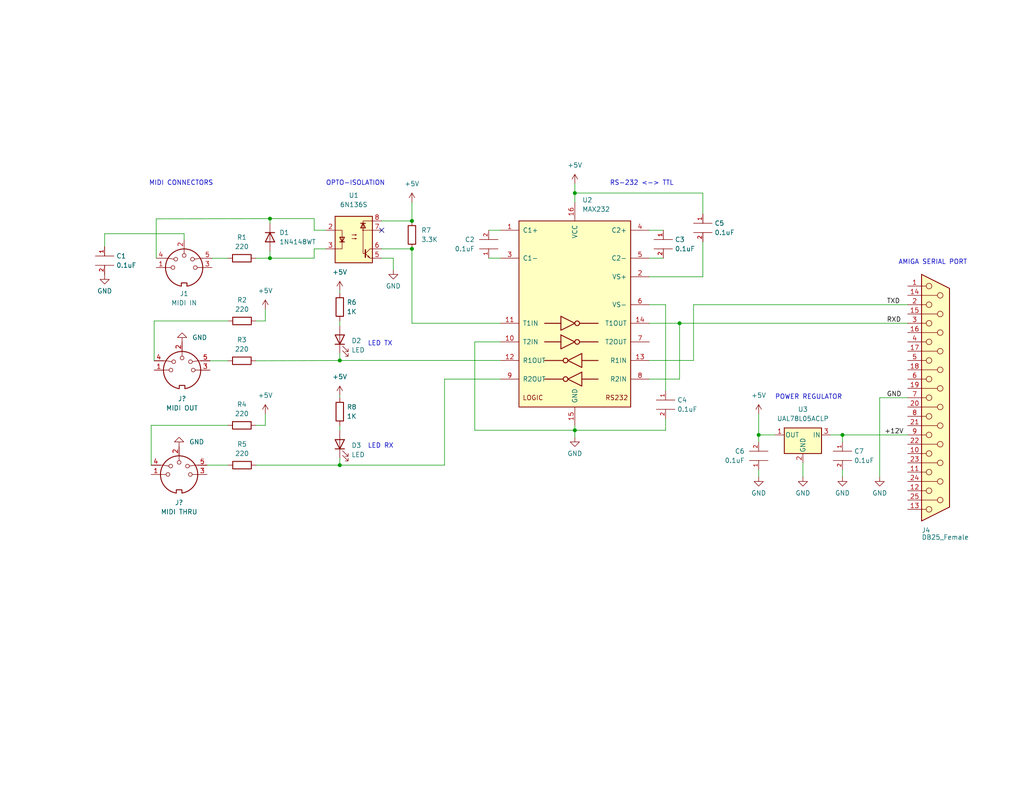
<source format=kicad_sch>
(kicad_sch (version 20211123) (generator eeschema)

  (uuid 564b2940-079e-427e-98f2-d43a8a840a8d)

  (paper "A")

  (title_block
    (title "AMIGA SERIAL MIDI INTERFACE")
    (date "2025-05-30")
    (rev "v1.3")
    (company "RETRONIC DESIGN")
    (comment 1 "Francis Gradel, B.Eng.")
  )

  (lib_symbols
    (symbol "C_1" (pin_names (offset 0.254)) (in_bom yes) (on_board yes)
      (property "Reference" "C?" (id 0) (at 5.08 1.2701 0)
        (effects (font (size 1.27 1.27)) (justify left))
      )
      (property "Value" "C_1" (id 1) (at 5.08 -1.2699 0)
        (effects (font (size 1.27 1.27)) (justify left))
      )
      (property "Footprint" "" (id 2) (at 0 0 0)
        (effects (font (size 1.27 1.27)) hide)
      )
      (property "Datasheet" "~" (id 3) (at 0 0 0)
        (effects (font (size 1.27 1.27)) hide)
      )
      (property "ki_keywords" "simulation" (id 4) (at 0 0 0)
        (effects (font (size 1.27 1.27)) hide)
      )
      (property "ki_description" "Capacitor symbol for simulation only" (id 5) (at 0 0 0)
        (effects (font (size 1.27 1.27)) hide)
      )
      (symbol "C_1_0_1"
        (polyline
          (pts
            (xy -2.54 -1.27)
            (xy 2.54 -1.27)
          )
          (stroke (width 0) (type default) (color 0 0 0 0))
          (fill (type none))
        )
        (polyline
          (pts
            (xy -2.54 1.27)
            (xy 2.54 1.27)
          )
          (stroke (width 0) (type default) (color 0 0 0 0))
          (fill (type none))
        )
      )
      (symbol "C_1_1_1"
        (pin passive line (at 0 3.81 270) (length 2.54)
          (name "~" (effects (font (size 1.016 1.016))))
          (number "1" (effects (font (size 1.016 1.016))))
        )
        (pin passive line (at 0 -3.81 90) (length 2.54)
          (name "~" (effects (font (size 1.016 1.016))))
          (number "2" (effects (font (size 1.016 1.016))))
        )
      )
    )
    (symbol "Connector:DB25_Female" (pin_names (offset 1.016) hide) (in_bom yes) (on_board yes)
      (property "Reference" "J" (id 0) (at 0 34.29 0)
        (effects (font (size 1.27 1.27)))
      )
      (property "Value" "DB25_Female" (id 1) (at 0 -34.925 0)
        (effects (font (size 1.27 1.27)))
      )
      (property "Footprint" "" (id 2) (at 0 0 0)
        (effects (font (size 1.27 1.27)) hide)
      )
      (property "Datasheet" " ~" (id 3) (at 0 0 0)
        (effects (font (size 1.27 1.27)) hide)
      )
      (property "ki_keywords" "female D-SUB connector" (id 4) (at 0 0 0)
        (effects (font (size 1.27 1.27)) hide)
      )
      (property "ki_description" "25-pin female D-SUB connector" (id 5) (at 0 0 0)
        (effects (font (size 1.27 1.27)) hide)
      )
      (property "ki_fp_filters" "DSUB*Female*" (id 6) (at 0 0 0)
        (effects (font (size 1.27 1.27)) hide)
      )
      (symbol "DB25_Female_0_1"
        (circle (center -1.778 -30.48) (radius 0.762)
          (stroke (width 0) (type default) (color 0 0 0 0))
          (fill (type none))
        )
        (circle (center -1.778 -25.4) (radius 0.762)
          (stroke (width 0) (type default) (color 0 0 0 0))
          (fill (type none))
        )
        (circle (center -1.778 -20.32) (radius 0.762)
          (stroke (width 0) (type default) (color 0 0 0 0))
          (fill (type none))
        )
        (circle (center -1.778 -15.24) (radius 0.762)
          (stroke (width 0) (type default) (color 0 0 0 0))
          (fill (type none))
        )
        (circle (center -1.778 -10.16) (radius 0.762)
          (stroke (width 0) (type default) (color 0 0 0 0))
          (fill (type none))
        )
        (circle (center -1.778 -5.08) (radius 0.762)
          (stroke (width 0) (type default) (color 0 0 0 0))
          (fill (type none))
        )
        (circle (center -1.778 0) (radius 0.762)
          (stroke (width 0) (type default) (color 0 0 0 0))
          (fill (type none))
        )
        (circle (center -1.778 5.08) (radius 0.762)
          (stroke (width 0) (type default) (color 0 0 0 0))
          (fill (type none))
        )
        (circle (center -1.778 10.16) (radius 0.762)
          (stroke (width 0) (type default) (color 0 0 0 0))
          (fill (type none))
        )
        (circle (center -1.778 15.24) (radius 0.762)
          (stroke (width 0) (type default) (color 0 0 0 0))
          (fill (type none))
        )
        (circle (center -1.778 20.32) (radius 0.762)
          (stroke (width 0) (type default) (color 0 0 0 0))
          (fill (type none))
        )
        (circle (center -1.778 25.4) (radius 0.762)
          (stroke (width 0) (type default) (color 0 0 0 0))
          (fill (type none))
        )
        (circle (center -1.778 30.48) (radius 0.762)
          (stroke (width 0) (type default) (color 0 0 0 0))
          (fill (type none))
        )
        (polyline
          (pts
            (xy -3.81 -30.48)
            (xy -2.54 -30.48)
          )
          (stroke (width 0) (type default) (color 0 0 0 0))
          (fill (type none))
        )
        (polyline
          (pts
            (xy -3.81 -27.94)
            (xy 0.508 -27.94)
          )
          (stroke (width 0) (type default) (color 0 0 0 0))
          (fill (type none))
        )
        (polyline
          (pts
            (xy -3.81 -25.4)
            (xy -2.54 -25.4)
          )
          (stroke (width 0) (type default) (color 0 0 0 0))
          (fill (type none))
        )
        (polyline
          (pts
            (xy -3.81 -22.86)
            (xy 0.508 -22.86)
          )
          (stroke (width 0) (type default) (color 0 0 0 0))
          (fill (type none))
        )
        (polyline
          (pts
            (xy -3.81 -20.32)
            (xy -2.54 -20.32)
          )
          (stroke (width 0) (type default) (color 0 0 0 0))
          (fill (type none))
        )
        (polyline
          (pts
            (xy -3.81 -17.78)
            (xy 0.508 -17.78)
          )
          (stroke (width 0) (type default) (color 0 0 0 0))
          (fill (type none))
        )
        (polyline
          (pts
            (xy -3.81 -15.24)
            (xy -2.54 -15.24)
          )
          (stroke (width 0) (type default) (color 0 0 0 0))
          (fill (type none))
        )
        (polyline
          (pts
            (xy -3.81 -12.7)
            (xy 0.508 -12.7)
          )
          (stroke (width 0) (type default) (color 0 0 0 0))
          (fill (type none))
        )
        (polyline
          (pts
            (xy -3.81 -10.16)
            (xy -2.54 -10.16)
          )
          (stroke (width 0) (type default) (color 0 0 0 0))
          (fill (type none))
        )
        (polyline
          (pts
            (xy -3.81 -7.62)
            (xy 0.508 -7.62)
          )
          (stroke (width 0) (type default) (color 0 0 0 0))
          (fill (type none))
        )
        (polyline
          (pts
            (xy -3.81 -5.08)
            (xy -2.54 -5.08)
          )
          (stroke (width 0) (type default) (color 0 0 0 0))
          (fill (type none))
        )
        (polyline
          (pts
            (xy -3.81 -2.54)
            (xy 0.508 -2.54)
          )
          (stroke (width 0) (type default) (color 0 0 0 0))
          (fill (type none))
        )
        (polyline
          (pts
            (xy -3.81 0)
            (xy -2.54 0)
          )
          (stroke (width 0) (type default) (color 0 0 0 0))
          (fill (type none))
        )
        (polyline
          (pts
            (xy -3.81 2.54)
            (xy 0.508 2.54)
          )
          (stroke (width 0) (type default) (color 0 0 0 0))
          (fill (type none))
        )
        (polyline
          (pts
            (xy -3.81 5.08)
            (xy -2.54 5.08)
          )
          (stroke (width 0) (type default) (color 0 0 0 0))
          (fill (type none))
        )
        (polyline
          (pts
            (xy -3.81 7.62)
            (xy 0.508 7.62)
          )
          (stroke (width 0) (type default) (color 0 0 0 0))
          (fill (type none))
        )
        (polyline
          (pts
            (xy -3.81 10.16)
            (xy -2.54 10.16)
          )
          (stroke (width 0) (type default) (color 0 0 0 0))
          (fill (type none))
        )
        (polyline
          (pts
            (xy -3.81 12.7)
            (xy 0.508 12.7)
          )
          (stroke (width 0) (type default) (color 0 0 0 0))
          (fill (type none))
        )
        (polyline
          (pts
            (xy -3.81 15.24)
            (xy -2.54 15.24)
          )
          (stroke (width 0) (type default) (color 0 0 0 0))
          (fill (type none))
        )
        (polyline
          (pts
            (xy -3.81 17.78)
            (xy 0.508 17.78)
          )
          (stroke (width 0) (type default) (color 0 0 0 0))
          (fill (type none))
        )
        (polyline
          (pts
            (xy -3.81 20.32)
            (xy -2.54 20.32)
          )
          (stroke (width 0) (type default) (color 0 0 0 0))
          (fill (type none))
        )
        (polyline
          (pts
            (xy -3.81 22.86)
            (xy 0.508 22.86)
          )
          (stroke (width 0) (type default) (color 0 0 0 0))
          (fill (type none))
        )
        (polyline
          (pts
            (xy -3.81 25.4)
            (xy -2.54 25.4)
          )
          (stroke (width 0) (type default) (color 0 0 0 0))
          (fill (type none))
        )
        (polyline
          (pts
            (xy -3.81 27.94)
            (xy 0.508 27.94)
          )
          (stroke (width 0) (type default) (color 0 0 0 0))
          (fill (type none))
        )
        (polyline
          (pts
            (xy -3.81 30.48)
            (xy -2.54 30.48)
          )
          (stroke (width 0) (type default) (color 0 0 0 0))
          (fill (type none))
        )
        (polyline
          (pts
            (xy -3.81 33.655)
            (xy 3.81 29.845)
            (xy 3.81 -29.845)
            (xy -3.81 -33.655)
            (xy -3.81 33.655)
          )
          (stroke (width 0.254) (type default) (color 0 0 0 0))
          (fill (type background))
        )
        (circle (center 1.27 -27.94) (radius 0.762)
          (stroke (width 0) (type default) (color 0 0 0 0))
          (fill (type none))
        )
        (circle (center 1.27 -22.86) (radius 0.762)
          (stroke (width 0) (type default) (color 0 0 0 0))
          (fill (type none))
        )
        (circle (center 1.27 -17.78) (radius 0.762)
          (stroke (width 0) (type default) (color 0 0 0 0))
          (fill (type none))
        )
        (circle (center 1.27 -12.7) (radius 0.762)
          (stroke (width 0) (type default) (color 0 0 0 0))
          (fill (type none))
        )
        (circle (center 1.27 -7.62) (radius 0.762)
          (stroke (width 0) (type default) (color 0 0 0 0))
          (fill (type none))
        )
        (circle (center 1.27 -2.54) (radius 0.762)
          (stroke (width 0) (type default) (color 0 0 0 0))
          (fill (type none))
        )
        (circle (center 1.27 2.54) (radius 0.762)
          (stroke (width 0) (type default) (color 0 0 0 0))
          (fill (type none))
        )
        (circle (center 1.27 7.62) (radius 0.762)
          (stroke (width 0) (type default) (color 0 0 0 0))
          (fill (type none))
        )
        (circle (center 1.27 12.7) (radius 0.762)
          (stroke (width 0) (type default) (color 0 0 0 0))
          (fill (type none))
        )
        (circle (center 1.27 17.78) (radius 0.762)
          (stroke (width 0) (type default) (color 0 0 0 0))
          (fill (type none))
        )
        (circle (center 1.27 22.86) (radius 0.762)
          (stroke (width 0) (type default) (color 0 0 0 0))
          (fill (type none))
        )
        (circle (center 1.27 27.94) (radius 0.762)
          (stroke (width 0) (type default) (color 0 0 0 0))
          (fill (type none))
        )
      )
      (symbol "DB25_Female_1_1"
        (pin passive line (at -7.62 30.48 0) (length 3.81)
          (name "1" (effects (font (size 1.27 1.27))))
          (number "1" (effects (font (size 1.27 1.27))))
        )
        (pin passive line (at -7.62 -15.24 0) (length 3.81)
          (name "10" (effects (font (size 1.27 1.27))))
          (number "10" (effects (font (size 1.27 1.27))))
        )
        (pin passive line (at -7.62 -20.32 0) (length 3.81)
          (name "11" (effects (font (size 1.27 1.27))))
          (number "11" (effects (font (size 1.27 1.27))))
        )
        (pin passive line (at -7.62 -25.4 0) (length 3.81)
          (name "12" (effects (font (size 1.27 1.27))))
          (number "12" (effects (font (size 1.27 1.27))))
        )
        (pin passive line (at -7.62 -30.48 0) (length 3.81)
          (name "13" (effects (font (size 1.27 1.27))))
          (number "13" (effects (font (size 1.27 1.27))))
        )
        (pin passive line (at -7.62 27.94 0) (length 3.81)
          (name "P14" (effects (font (size 1.27 1.27))))
          (number "14" (effects (font (size 1.27 1.27))))
        )
        (pin passive line (at -7.62 22.86 0) (length 3.81)
          (name "P15" (effects (font (size 1.27 1.27))))
          (number "15" (effects (font (size 1.27 1.27))))
        )
        (pin passive line (at -7.62 17.78 0) (length 3.81)
          (name "P16" (effects (font (size 1.27 1.27))))
          (number "16" (effects (font (size 1.27 1.27))))
        )
        (pin passive line (at -7.62 12.7 0) (length 3.81)
          (name "P17" (effects (font (size 1.27 1.27))))
          (number "17" (effects (font (size 1.27 1.27))))
        )
        (pin passive line (at -7.62 7.62 0) (length 3.81)
          (name "P18" (effects (font (size 1.27 1.27))))
          (number "18" (effects (font (size 1.27 1.27))))
        )
        (pin passive line (at -7.62 2.54 0) (length 3.81)
          (name "P19" (effects (font (size 1.27 1.27))))
          (number "19" (effects (font (size 1.27 1.27))))
        )
        (pin passive line (at -7.62 25.4 0) (length 3.81)
          (name "2" (effects (font (size 1.27 1.27))))
          (number "2" (effects (font (size 1.27 1.27))))
        )
        (pin passive line (at -7.62 -2.54 0) (length 3.81)
          (name "P20" (effects (font (size 1.27 1.27))))
          (number "20" (effects (font (size 1.27 1.27))))
        )
        (pin passive line (at -7.62 -7.62 0) (length 3.81)
          (name "P21" (effects (font (size 1.27 1.27))))
          (number "21" (effects (font (size 1.27 1.27))))
        )
        (pin passive line (at -7.62 -12.7 0) (length 3.81)
          (name "P22" (effects (font (size 1.27 1.27))))
          (number "22" (effects (font (size 1.27 1.27))))
        )
        (pin passive line (at -7.62 -17.78 0) (length 3.81)
          (name "P23" (effects (font (size 1.27 1.27))))
          (number "23" (effects (font (size 1.27 1.27))))
        )
        (pin passive line (at -7.62 -22.86 0) (length 3.81)
          (name "P24" (effects (font (size 1.27 1.27))))
          (number "24" (effects (font (size 1.27 1.27))))
        )
        (pin passive line (at -7.62 -27.94 0) (length 3.81)
          (name "P25" (effects (font (size 1.27 1.27))))
          (number "25" (effects (font (size 1.27 1.27))))
        )
        (pin passive line (at -7.62 20.32 0) (length 3.81)
          (name "3" (effects (font (size 1.27 1.27))))
          (number "3" (effects (font (size 1.27 1.27))))
        )
        (pin passive line (at -7.62 15.24 0) (length 3.81)
          (name "4" (effects (font (size 1.27 1.27))))
          (number "4" (effects (font (size 1.27 1.27))))
        )
        (pin passive line (at -7.62 10.16 0) (length 3.81)
          (name "5" (effects (font (size 1.27 1.27))))
          (number "5" (effects (font (size 1.27 1.27))))
        )
        (pin passive line (at -7.62 5.08 0) (length 3.81)
          (name "6" (effects (font (size 1.27 1.27))))
          (number "6" (effects (font (size 1.27 1.27))))
        )
        (pin passive line (at -7.62 0 0) (length 3.81)
          (name "7" (effects (font (size 1.27 1.27))))
          (number "7" (effects (font (size 1.27 1.27))))
        )
        (pin passive line (at -7.62 -5.08 0) (length 3.81)
          (name "8" (effects (font (size 1.27 1.27))))
          (number "8" (effects (font (size 1.27 1.27))))
        )
        (pin passive line (at -7.62 -10.16 0) (length 3.81)
          (name "9" (effects (font (size 1.27 1.27))))
          (number "9" (effects (font (size 1.27 1.27))))
        )
      )
    )
    (symbol "Connector:DIN-5_180degree" (pin_names (offset 1.016)) (in_bom yes) (on_board yes)
      (property "Reference" "J" (id 0) (at 3.175 5.715 0)
        (effects (font (size 1.27 1.27)))
      )
      (property "Value" "DIN-5_180degree" (id 1) (at 0 -6.35 0)
        (effects (font (size 1.27 1.27)))
      )
      (property "Footprint" "" (id 2) (at 0 0 0)
        (effects (font (size 1.27 1.27)) hide)
      )
      (property "Datasheet" "http://www.mouser.com/ds/2/18/40_c091_abd_e-75918.pdf" (id 3) (at 0 0 0)
        (effects (font (size 1.27 1.27)) hide)
      )
      (property "ki_keywords" "circular DIN connector stereo audio" (id 4) (at 0 0 0)
        (effects (font (size 1.27 1.27)) hide)
      )
      (property "ki_description" "5-pin DIN connector (5-pin DIN-5 stereo)" (id 5) (at 0 0 0)
        (effects (font (size 1.27 1.27)) hide)
      )
      (property "ki_fp_filters" "DIN*" (id 6) (at 0 0 0)
        (effects (font (size 1.27 1.27)) hide)
      )
      (symbol "DIN-5_180degree_0_1"
        (arc (start -5.08 0) (mid -3.8609 -3.3364) (end -0.762 -5.08)
          (stroke (width 0.254) (type default) (color 0 0 0 0))
          (fill (type none))
        )
        (circle (center -3.048 0) (radius 0.508)
          (stroke (width 0) (type default) (color 0 0 0 0))
          (fill (type none))
        )
        (circle (center -2.286 2.286) (radius 0.508)
          (stroke (width 0) (type default) (color 0 0 0 0))
          (fill (type none))
        )
        (polyline
          (pts
            (xy -5.08 0)
            (xy -3.556 0)
          )
          (stroke (width 0) (type default) (color 0 0 0 0))
          (fill (type none))
        )
        (polyline
          (pts
            (xy 0 5.08)
            (xy 0 3.81)
          )
          (stroke (width 0) (type default) (color 0 0 0 0))
          (fill (type none))
        )
        (polyline
          (pts
            (xy 5.08 0)
            (xy 3.556 0)
          )
          (stroke (width 0) (type default) (color 0 0 0 0))
          (fill (type none))
        )
        (polyline
          (pts
            (xy -5.08 2.54)
            (xy -4.318 2.54)
            (xy -2.794 2.286)
          )
          (stroke (width 0) (type default) (color 0 0 0 0))
          (fill (type none))
        )
        (polyline
          (pts
            (xy 5.08 2.54)
            (xy 4.318 2.54)
            (xy 2.794 2.286)
          )
          (stroke (width 0) (type default) (color 0 0 0 0))
          (fill (type none))
        )
        (polyline
          (pts
            (xy -0.762 -4.953)
            (xy -0.762 -4.191)
            (xy 0.762 -4.191)
            (xy 0.762 -4.953)
          )
          (stroke (width 0.254) (type default) (color 0 0 0 0))
          (fill (type none))
        )
        (circle (center 0 3.302) (radius 0.508)
          (stroke (width 0) (type default) (color 0 0 0 0))
          (fill (type none))
        )
        (arc (start 0.762 -5.08) (mid 3.8685 -3.343) (end 5.08 0)
          (stroke (width 0.254) (type default) (color 0 0 0 0))
          (fill (type none))
        )
        (circle (center 2.286 2.286) (radius 0.508)
          (stroke (width 0) (type default) (color 0 0 0 0))
          (fill (type none))
        )
        (circle (center 3.048 0) (radius 0.508)
          (stroke (width 0) (type default) (color 0 0 0 0))
          (fill (type none))
        )
        (arc (start 5.08 0) (mid 0 5.08) (end -5.08 0)
          (stroke (width 0.254) (type default) (color 0 0 0 0))
          (fill (type none))
        )
      )
      (symbol "DIN-5_180degree_1_1"
        (pin passive line (at -7.62 0 0) (length 2.54)
          (name "~" (effects (font (size 1.27 1.27))))
          (number "1" (effects (font (size 1.27 1.27))))
        )
        (pin passive line (at 0 7.62 270) (length 2.54)
          (name "~" (effects (font (size 1.27 1.27))))
          (number "2" (effects (font (size 1.27 1.27))))
        )
        (pin passive line (at 7.62 0 180) (length 2.54)
          (name "~" (effects (font (size 1.27 1.27))))
          (number "3" (effects (font (size 1.27 1.27))))
        )
        (pin passive line (at -7.62 2.54 0) (length 2.54)
          (name "~" (effects (font (size 1.27 1.27))))
          (number "4" (effects (font (size 1.27 1.27))))
        )
        (pin passive line (at 7.62 2.54 180) (length 2.54)
          (name "~" (effects (font (size 1.27 1.27))))
          (number "5" (effects (font (size 1.27 1.27))))
        )
      )
    )
    (symbol "Device:LED" (pin_numbers hide) (pin_names (offset 1.016) hide) (in_bom yes) (on_board yes)
      (property "Reference" "D" (id 0) (at 0 2.54 0)
        (effects (font (size 1.27 1.27)))
      )
      (property "Value" "LED" (id 1) (at 0 -2.54 0)
        (effects (font (size 1.27 1.27)))
      )
      (property "Footprint" "" (id 2) (at 0 0 0)
        (effects (font (size 1.27 1.27)) hide)
      )
      (property "Datasheet" "~" (id 3) (at 0 0 0)
        (effects (font (size 1.27 1.27)) hide)
      )
      (property "ki_keywords" "LED diode" (id 4) (at 0 0 0)
        (effects (font (size 1.27 1.27)) hide)
      )
      (property "ki_description" "Light emitting diode" (id 5) (at 0 0 0)
        (effects (font (size 1.27 1.27)) hide)
      )
      (property "ki_fp_filters" "LED* LED_SMD:* LED_THT:*" (id 6) (at 0 0 0)
        (effects (font (size 1.27 1.27)) hide)
      )
      (symbol "LED_0_1"
        (polyline
          (pts
            (xy -1.27 -1.27)
            (xy -1.27 1.27)
          )
          (stroke (width 0.254) (type default) (color 0 0 0 0))
          (fill (type none))
        )
        (polyline
          (pts
            (xy -1.27 0)
            (xy 1.27 0)
          )
          (stroke (width 0) (type default) (color 0 0 0 0))
          (fill (type none))
        )
        (polyline
          (pts
            (xy 1.27 -1.27)
            (xy 1.27 1.27)
            (xy -1.27 0)
            (xy 1.27 -1.27)
          )
          (stroke (width 0.254) (type default) (color 0 0 0 0))
          (fill (type none))
        )
        (polyline
          (pts
            (xy -3.048 -0.762)
            (xy -4.572 -2.286)
            (xy -3.81 -2.286)
            (xy -4.572 -2.286)
            (xy -4.572 -1.524)
          )
          (stroke (width 0) (type default) (color 0 0 0 0))
          (fill (type none))
        )
        (polyline
          (pts
            (xy -1.778 -0.762)
            (xy -3.302 -2.286)
            (xy -2.54 -2.286)
            (xy -3.302 -2.286)
            (xy -3.302 -1.524)
          )
          (stroke (width 0) (type default) (color 0 0 0 0))
          (fill (type none))
        )
      )
      (symbol "LED_1_1"
        (pin passive line (at -3.81 0 0) (length 2.54)
          (name "K" (effects (font (size 1.27 1.27))))
          (number "1" (effects (font (size 1.27 1.27))))
        )
        (pin passive line (at 3.81 0 180) (length 2.54)
          (name "A" (effects (font (size 1.27 1.27))))
          (number "2" (effects (font (size 1.27 1.27))))
        )
      )
    )
    (symbol "Device:R" (pin_numbers hide) (pin_names (offset 0)) (in_bom yes) (on_board yes)
      (property "Reference" "R" (id 0) (at 2.032 0 90)
        (effects (font (size 1.27 1.27)))
      )
      (property "Value" "R" (id 1) (at 0 0 90)
        (effects (font (size 1.27 1.27)))
      )
      (property "Footprint" "" (id 2) (at -1.778 0 90)
        (effects (font (size 1.27 1.27)) hide)
      )
      (property "Datasheet" "~" (id 3) (at 0 0 0)
        (effects (font (size 1.27 1.27)) hide)
      )
      (property "ki_keywords" "R res resistor" (id 4) (at 0 0 0)
        (effects (font (size 1.27 1.27)) hide)
      )
      (property "ki_description" "Resistor" (id 5) (at 0 0 0)
        (effects (font (size 1.27 1.27)) hide)
      )
      (property "ki_fp_filters" "R_*" (id 6) (at 0 0 0)
        (effects (font (size 1.27 1.27)) hide)
      )
      (symbol "R_0_1"
        (rectangle (start -1.016 -2.54) (end 1.016 2.54)
          (stroke (width 0.254) (type default) (color 0 0 0 0))
          (fill (type none))
        )
      )
      (symbol "R_1_1"
        (pin passive line (at 0 3.81 270) (length 1.27)
          (name "~" (effects (font (size 1.27 1.27))))
          (number "1" (effects (font (size 1.27 1.27))))
        )
        (pin passive line (at 0 -3.81 90) (length 1.27)
          (name "~" (effects (font (size 1.27 1.27))))
          (number "2" (effects (font (size 1.27 1.27))))
        )
      )
    )
    (symbol "Diode:1N4148WT" (pin_numbers hide) (pin_names hide) (in_bom yes) (on_board yes)
      (property "Reference" "D" (id 0) (at 0 2.54 0)
        (effects (font (size 1.27 1.27)))
      )
      (property "Value" "1N4148WT" (id 1) (at 0 -2.54 0)
        (effects (font (size 1.27 1.27)))
      )
      (property "Footprint" "Diode_SMD:D_SOD-523" (id 2) (at 0 -4.445 0)
        (effects (font (size 1.27 1.27)) hide)
      )
      (property "Datasheet" "https://www.diodes.com/assets/Datasheets/ds30396.pdf" (id 3) (at 0 0 0)
        (effects (font (size 1.27 1.27)) hide)
      )
      (property "ki_keywords" "diode" (id 4) (at 0 0 0)
        (effects (font (size 1.27 1.27)) hide)
      )
      (property "ki_description" "75V 0.15A Fast switching Diode, SOD-523" (id 5) (at 0 0 0)
        (effects (font (size 1.27 1.27)) hide)
      )
      (property "ki_fp_filters" "D*SOD?523*" (id 6) (at 0 0 0)
        (effects (font (size 1.27 1.27)) hide)
      )
      (symbol "1N4148WT_0_1"
        (polyline
          (pts
            (xy -1.27 1.27)
            (xy -1.27 -1.27)
          )
          (stroke (width 0.254) (type default) (color 0 0 0 0))
          (fill (type none))
        )
        (polyline
          (pts
            (xy 1.27 0)
            (xy -1.27 0)
          )
          (stroke (width 0) (type default) (color 0 0 0 0))
          (fill (type none))
        )
        (polyline
          (pts
            (xy 1.27 1.27)
            (xy 1.27 -1.27)
            (xy -1.27 0)
            (xy 1.27 1.27)
          )
          (stroke (width 0.254) (type default) (color 0 0 0 0))
          (fill (type none))
        )
      )
      (symbol "1N4148WT_1_1"
        (pin passive line (at -3.81 0 0) (length 2.54)
          (name "K" (effects (font (size 1.27 1.27))))
          (number "1" (effects (font (size 1.27 1.27))))
        )
        (pin passive line (at 3.81 0 180) (length 2.54)
          (name "A" (effects (font (size 1.27 1.27))))
          (number "2" (effects (font (size 1.27 1.27))))
        )
      )
    )
    (symbol "Interface_UART:MAX232" (pin_names (offset 1.016)) (in_bom yes) (on_board yes)
      (property "Reference" "U" (id 0) (at -2.54 28.575 0)
        (effects (font (size 1.27 1.27)) (justify right))
      )
      (property "Value" "MAX232" (id 1) (at -2.54 26.67 0)
        (effects (font (size 1.27 1.27)) (justify right))
      )
      (property "Footprint" "" (id 2) (at 1.27 -26.67 0)
        (effects (font (size 1.27 1.27)) (justify left) hide)
      )
      (property "Datasheet" "http://www.ti.com/lit/ds/symlink/max232.pdf" (id 3) (at 0 2.54 0)
        (effects (font (size 1.27 1.27)) hide)
      )
      (property "ki_keywords" "rs232 uart transceiver line-driver" (id 4) (at 0 0 0)
        (effects (font (size 1.27 1.27)) hide)
      )
      (property "ki_description" "Dual RS232 driver/receiver, 5V supply, 120kb/s, 0C-70C" (id 5) (at 0 0 0)
        (effects (font (size 1.27 1.27)) hide)
      )
      (property "ki_fp_filters" "SOIC*P1.27mm* DIP*W7.62mm* TSSOP*4.4x5mm*P0.65mm*" (id 6) (at 0 0 0)
        (effects (font (size 1.27 1.27)) hide)
      )
      (symbol "MAX232_0_0"
        (text "LOGIC" (at -11.43 -22.86 0)
          (effects (font (size 1.27 1.27)))
        )
        (text "RS232" (at 11.43 -22.86 0)
          (effects (font (size 1.27 1.27)))
        )
      )
      (symbol "MAX232_0_1"
        (rectangle (start -15.24 -25.4) (end 15.24 25.4)
          (stroke (width 0.254) (type default) (color 0 0 0 0))
          (fill (type background))
        )
        (circle (center -2.54 -17.78) (radius 0.635)
          (stroke (width 0.254) (type default) (color 0 0 0 0))
          (fill (type none))
        )
        (circle (center -2.54 -12.7) (radius 0.635)
          (stroke (width 0.254) (type default) (color 0 0 0 0))
          (fill (type none))
        )
        (polyline
          (pts
            (xy -3.81 -7.62)
            (xy -8.255 -7.62)
          )
          (stroke (width 0.254) (type default) (color 0 0 0 0))
          (fill (type none))
        )
        (polyline
          (pts
            (xy -3.81 -2.54)
            (xy -8.255 -2.54)
          )
          (stroke (width 0.254) (type default) (color 0 0 0 0))
          (fill (type none))
        )
        (polyline
          (pts
            (xy -3.175 -17.78)
            (xy -8.255 -17.78)
          )
          (stroke (width 0.254) (type default) (color 0 0 0 0))
          (fill (type none))
        )
        (polyline
          (pts
            (xy -3.175 -12.7)
            (xy -8.255 -12.7)
          )
          (stroke (width 0.254) (type default) (color 0 0 0 0))
          (fill (type none))
        )
        (polyline
          (pts
            (xy 1.27 -7.62)
            (xy 6.35 -7.62)
          )
          (stroke (width 0.254) (type default) (color 0 0 0 0))
          (fill (type none))
        )
        (polyline
          (pts
            (xy 1.27 -2.54)
            (xy 6.35 -2.54)
          )
          (stroke (width 0.254) (type default) (color 0 0 0 0))
          (fill (type none))
        )
        (polyline
          (pts
            (xy 1.905 -17.78)
            (xy 6.35 -17.78)
          )
          (stroke (width 0.254) (type default) (color 0 0 0 0))
          (fill (type none))
        )
        (polyline
          (pts
            (xy 1.905 -12.7)
            (xy 6.35 -12.7)
          )
          (stroke (width 0.254) (type default) (color 0 0 0 0))
          (fill (type none))
        )
        (polyline
          (pts
            (xy -3.81 -5.715)
            (xy -3.81 -9.525)
            (xy 0 -7.62)
            (xy -3.81 -5.715)
          )
          (stroke (width 0.254) (type default) (color 0 0 0 0))
          (fill (type none))
        )
        (polyline
          (pts
            (xy -3.81 -0.635)
            (xy -3.81 -4.445)
            (xy 0 -2.54)
            (xy -3.81 -0.635)
          )
          (stroke (width 0.254) (type default) (color 0 0 0 0))
          (fill (type none))
        )
        (polyline
          (pts
            (xy 1.905 -15.875)
            (xy 1.905 -19.685)
            (xy -1.905 -17.78)
            (xy 1.905 -15.875)
          )
          (stroke (width 0.254) (type default) (color 0 0 0 0))
          (fill (type none))
        )
        (polyline
          (pts
            (xy 1.905 -10.795)
            (xy 1.905 -14.605)
            (xy -1.905 -12.7)
            (xy 1.905 -10.795)
          )
          (stroke (width 0.254) (type default) (color 0 0 0 0))
          (fill (type none))
        )
        (circle (center 0.635 -7.62) (radius 0.635)
          (stroke (width 0.254) (type default) (color 0 0 0 0))
          (fill (type none))
        )
        (circle (center 0.635 -2.54) (radius 0.635)
          (stroke (width 0.254) (type default) (color 0 0 0 0))
          (fill (type none))
        )
      )
      (symbol "MAX232_1_1"
        (pin passive line (at -20.32 22.86 0) (length 5.08)
          (name "C1+" (effects (font (size 1.27 1.27))))
          (number "1" (effects (font (size 1.27 1.27))))
        )
        (pin input line (at -20.32 -7.62 0) (length 5.08)
          (name "T2IN" (effects (font (size 1.27 1.27))))
          (number "10" (effects (font (size 1.27 1.27))))
        )
        (pin input line (at -20.32 -2.54 0) (length 5.08)
          (name "T1IN" (effects (font (size 1.27 1.27))))
          (number "11" (effects (font (size 1.27 1.27))))
        )
        (pin output line (at -20.32 -12.7 0) (length 5.08)
          (name "R1OUT" (effects (font (size 1.27 1.27))))
          (number "12" (effects (font (size 1.27 1.27))))
        )
        (pin input line (at 20.32 -12.7 180) (length 5.08)
          (name "R1IN" (effects (font (size 1.27 1.27))))
          (number "13" (effects (font (size 1.27 1.27))))
        )
        (pin output line (at 20.32 -2.54 180) (length 5.08)
          (name "T1OUT" (effects (font (size 1.27 1.27))))
          (number "14" (effects (font (size 1.27 1.27))))
        )
        (pin power_in line (at 0 -30.48 90) (length 5.08)
          (name "GND" (effects (font (size 1.27 1.27))))
          (number "15" (effects (font (size 1.27 1.27))))
        )
        (pin power_in line (at 0 30.48 270) (length 5.08)
          (name "VCC" (effects (font (size 1.27 1.27))))
          (number "16" (effects (font (size 1.27 1.27))))
        )
        (pin power_out line (at 20.32 10.16 180) (length 5.08)
          (name "VS+" (effects (font (size 1.27 1.27))))
          (number "2" (effects (font (size 1.27 1.27))))
        )
        (pin passive line (at -20.32 15.24 0) (length 5.08)
          (name "C1-" (effects (font (size 1.27 1.27))))
          (number "3" (effects (font (size 1.27 1.27))))
        )
        (pin passive line (at 20.32 22.86 180) (length 5.08)
          (name "C2+" (effects (font (size 1.27 1.27))))
          (number "4" (effects (font (size 1.27 1.27))))
        )
        (pin passive line (at 20.32 15.24 180) (length 5.08)
          (name "C2-" (effects (font (size 1.27 1.27))))
          (number "5" (effects (font (size 1.27 1.27))))
        )
        (pin power_out line (at 20.32 2.54 180) (length 5.08)
          (name "VS-" (effects (font (size 1.27 1.27))))
          (number "6" (effects (font (size 1.27 1.27))))
        )
        (pin output line (at 20.32 -7.62 180) (length 5.08)
          (name "T2OUT" (effects (font (size 1.27 1.27))))
          (number "7" (effects (font (size 1.27 1.27))))
        )
        (pin input line (at 20.32 -17.78 180) (length 5.08)
          (name "R2IN" (effects (font (size 1.27 1.27))))
          (number "8" (effects (font (size 1.27 1.27))))
        )
        (pin output line (at -20.32 -17.78 0) (length 5.08)
          (name "R2OUT" (effects (font (size 1.27 1.27))))
          (number "9" (effects (font (size 1.27 1.27))))
        )
      )
    )
    (symbol "Isolator:6N136S" (pin_names (offset 1.016)) (in_bom yes) (on_board yes)
      (property "Reference" "U" (id 0) (at -5.08 7.62 0)
        (effects (font (size 1.27 1.27)) (justify left))
      )
      (property "Value" "6N136S" (id 1) (at 0 7.62 0)
        (effects (font (size 1.27 1.27)) (justify left))
      )
      (property "Footprint" "Package_DIP:SMDIP-8_W9.53mm" (id 2) (at -5.08 -7.62 0)
        (effects (font (size 1.27 1.27) italic) (justify left) hide)
      )
      (property "Datasheet" "https://optoelectronics.liteon.com/upload/download/DS70-2008-0032/6N135-L%206N136-L%20series.pdf" (id 3) (at 0 0 0)
        (effects (font (size 1.27 1.27)) (justify left) hide)
      )
      (property "ki_keywords" "High Speed Optocoupler" (id 4) (at 0 0 0)
        (effects (font (size 1.27 1.27)) hide)
      )
      (property "ki_description" "High Speed Optocoupler, TTL Compatible, CTR 18%, SMDIP8" (id 5) (at 0 0 0)
        (effects (font (size 1.27 1.27)) hide)
      )
      (property "ki_fp_filters" "SMDIP*W9.53mm*" (id 6) (at 0 0 0)
        (effects (font (size 1.27 1.27)) hide)
      )
      (symbol "6N136S_0_1"
        (rectangle (start -5.08 6.35) (end 5.08 -6.35)
          (stroke (width 0.254) (type default) (color 0 0 0 0))
          (fill (type background))
        )
        (polyline
          (pts
            (xy -3.81 -0.635)
            (xy -2.54 -0.635)
          )
          (stroke (width 0.254) (type default) (color 0 0 0 0))
          (fill (type none))
        )
        (polyline
          (pts
            (xy 1.905 4.445)
            (xy 3.175 4.445)
          )
          (stroke (width 0.254) (type default) (color 0 0 0 0))
          (fill (type none))
        )
        (polyline
          (pts
            (xy 3.175 -2.794)
            (xy 3.175 -4.826)
          )
          (stroke (width 0.3556) (type default) (color 0 0 0 0))
          (fill (type none))
        )
        (polyline
          (pts
            (xy 3.302 -3.937)
            (xy 4.445 -5.08)
          )
          (stroke (width 0) (type default) (color 0 0 0 0))
          (fill (type none))
        )
        (polyline
          (pts
            (xy 3.302 -3.683)
            (xy 4.445 -2.54)
          )
          (stroke (width 0) (type default) (color 0 0 0 0))
          (fill (type none))
        )
        (polyline
          (pts
            (xy 5.08 -5.08)
            (xy 4.445 -5.08)
          )
          (stroke (width 0) (type default) (color 0 0 0 0))
          (fill (type none))
        )
        (polyline
          (pts
            (xy 5.08 -2.54)
            (xy 4.445 -2.54)
          )
          (stroke (width 0) (type default) (color 0 0 0 0))
          (fill (type none))
        )
        (polyline
          (pts
            (xy 5.08 2.54)
            (xy 2.54 2.54)
          )
          (stroke (width 0) (type default) (color 0 0 0 0))
          (fill (type none))
        )
        (polyline
          (pts
            (xy -5.08 2.54)
            (xy -3.175 2.54)
            (xy -3.175 -2.54)
            (xy -5.08 -2.54)
          )
          (stroke (width 0) (type default) (color 0 0 0 0))
          (fill (type none))
        )
        (polyline
          (pts
            (xy -3.175 -0.635)
            (xy -3.81 0.635)
            (xy -2.54 0.635)
            (xy -3.175 -0.635)
          )
          (stroke (width 0.254) (type default) (color 0 0 0 0))
          (fill (type none))
        )
        (polyline
          (pts
            (xy 2.54 4.445)
            (xy 1.905 3.175)
            (xy 3.175 3.175)
            (xy 2.54 4.445)
          )
          (stroke (width 0.254) (type default) (color 0 0 0 0))
          (fill (type none))
        )
        (polyline
          (pts
            (xy 4.318 -4.953)
            (xy 4.064 -4.445)
            (xy 3.81 -4.699)
            (xy 4.318 -4.953)
          )
          (stroke (width 0) (type default) (color 0 0 0 0))
          (fill (type none))
        )
        (polyline
          (pts
            (xy 5.08 5.08)
            (xy 2.54 5.08)
            (xy 2.54 -3.81)
            (xy 3.175 -3.81)
          )
          (stroke (width 0) (type default) (color 0 0 0 0))
          (fill (type none))
        )
        (polyline
          (pts
            (xy -0.508 0.254)
            (xy 0.762 0.254)
            (xy 0.381 0.127)
            (xy 0.381 0.381)
            (xy 0.762 0.254)
          )
          (stroke (width 0) (type default) (color 0 0 0 0))
          (fill (type none))
        )
        (polyline
          (pts
            (xy -0.508 1.27)
            (xy 0.762 1.27)
            (xy 0.381 1.143)
            (xy 0.381 1.397)
            (xy 0.762 1.27)
          )
          (stroke (width 0) (type default) (color 0 0 0 0))
          (fill (type none))
        )
        (circle (center 2.54 2.54) (radius 0.127)
          (stroke (width 0) (type default) (color 0 0 0 0))
          (fill (type none))
        )
      )
      (symbol "6N136S_1_1"
        (pin no_connect line (at -5.08 5.08 0) (length 2.54) hide
          (name "NC" (effects (font (size 1.27 1.27))))
          (number "1" (effects (font (size 1.27 1.27))))
        )
        (pin passive line (at -7.62 2.54 0) (length 2.54)
          (name "~" (effects (font (size 1.27 1.27))))
          (number "2" (effects (font (size 1.27 1.27))))
        )
        (pin passive line (at -7.62 -2.54 0) (length 2.54)
          (name "~" (effects (font (size 1.27 1.27))))
          (number "3" (effects (font (size 1.27 1.27))))
        )
        (pin no_connect line (at -5.08 -5.08 0) (length 2.54) hide
          (name "NC" (effects (font (size 1.27 1.27))))
          (number "4" (effects (font (size 1.27 1.27))))
        )
        (pin passive line (at 7.62 -5.08 180) (length 2.54)
          (name "~" (effects (font (size 1.27 1.27))))
          (number "5" (effects (font (size 1.27 1.27))))
        )
        (pin passive line (at 7.62 -2.54 180) (length 2.54)
          (name "~" (effects (font (size 1.27 1.27))))
          (number "6" (effects (font (size 1.27 1.27))))
        )
        (pin passive line (at 7.62 2.54 180) (length 2.54)
          (name "~" (effects (font (size 1.27 1.27))))
          (number "7" (effects (font (size 1.27 1.27))))
        )
        (pin passive line (at 7.62 5.08 180) (length 2.54)
          (name "~" (effects (font (size 1.27 1.27))))
          (number "8" (effects (font (size 1.27 1.27))))
        )
      )
    )
    (symbol "Regulator_Linear:L78L05_SOT89" (pin_names (offset 0.254)) (in_bom yes) (on_board yes)
      (property "Reference" "U3" (id 0) (at 0 6.985 0)
        (effects (font (size 1.27 1.27)))
      )
      (property "Value" "UAL78L05ACLP" (id 1) (at 0 4.445 0)
        (effects (font (size 1.27 1.27)))
      )
      (property "Footprint" "Package_TO_SOT_THT:TO-92L_Inline" (id 2) (at 0 5.08 0)
        (effects (font (size 1.27 1.27) italic) hide)
      )
      (property "Datasheet" "http://www.st.com/content/ccc/resource/technical/document/datasheet/15/55/e5/aa/23/5b/43/fd/CD00000446.pdf/files/CD00000446.pdf/jcr:content/translations/en.CD00000446.pdf" (id 3) (at 0 -1.27 0)
        (effects (font (size 1.27 1.27)) hide)
      )
      (property "ki_keywords" "Voltage Regulator 100mA Positive" (id 4) (at 0 0 0)
        (effects (font (size 1.27 1.27)) hide)
      )
      (property "ki_description" "Positive 100mA 30V Linear Regulator, Fixed Output 5V, SOT-89" (id 5) (at 0 0 0)
        (effects (font (size 1.27 1.27)) hide)
      )
      (property "ki_fp_filters" "SOT?89*" (id 6) (at 0 0 0)
        (effects (font (size 1.27 1.27)) hide)
      )
      (symbol "L78L05_SOT89_0_1"
        (rectangle (start -5.08 1.905) (end 5.08 -5.08)
          (stroke (width 0.254) (type default) (color 0 0 0 0))
          (fill (type background))
        )
      )
      (symbol "L78L05_SOT89_1_1"
        (pin power_out line (at 7.62 0 180) (length 2.54)
          (name "OUT" (effects (font (size 1.27 1.27))))
          (number "1" (effects (font (size 1.27 1.27))))
        )
        (pin power_in line (at 0 -7.62 90) (length 2.54)
          (name "GND" (effects (font (size 1.27 1.27))))
          (number "2" (effects (font (size 1.27 1.27))))
        )
        (pin power_in line (at -7.62 0 0) (length 2.54)
          (name "IN" (effects (font (size 1.27 1.27))))
          (number "3" (effects (font (size 1.27 1.27))))
        )
      )
    )
    (symbol "power:+5V" (power) (pin_names (offset 0)) (in_bom yes) (on_board yes)
      (property "Reference" "#PWR" (id 0) (at 0 -3.81 0)
        (effects (font (size 1.27 1.27)) hide)
      )
      (property "Value" "+5V" (id 1) (at 0 3.556 0)
        (effects (font (size 1.27 1.27)))
      )
      (property "Footprint" "" (id 2) (at 0 0 0)
        (effects (font (size 1.27 1.27)) hide)
      )
      (property "Datasheet" "" (id 3) (at 0 0 0)
        (effects (font (size 1.27 1.27)) hide)
      )
      (property "ki_keywords" "power-flag" (id 4) (at 0 0 0)
        (effects (font (size 1.27 1.27)) hide)
      )
      (property "ki_description" "Power symbol creates a global label with name \"+5V\"" (id 5) (at 0 0 0)
        (effects (font (size 1.27 1.27)) hide)
      )
      (symbol "+5V_0_1"
        (polyline
          (pts
            (xy -0.762 1.27)
            (xy 0 2.54)
          )
          (stroke (width 0) (type default) (color 0 0 0 0))
          (fill (type none))
        )
        (polyline
          (pts
            (xy 0 0)
            (xy 0 2.54)
          )
          (stroke (width 0) (type default) (color 0 0 0 0))
          (fill (type none))
        )
        (polyline
          (pts
            (xy 0 2.54)
            (xy 0.762 1.27)
          )
          (stroke (width 0) (type default) (color 0 0 0 0))
          (fill (type none))
        )
      )
      (symbol "+5V_1_1"
        (pin power_in line (at 0 0 90) (length 0) hide
          (name "+5V" (effects (font (size 1.27 1.27))))
          (number "1" (effects (font (size 1.27 1.27))))
        )
      )
    )
    (symbol "power:GND" (power) (pin_names (offset 0)) (in_bom yes) (on_board yes)
      (property "Reference" "#PWR" (id 0) (at 0 -6.35 0)
        (effects (font (size 1.27 1.27)) hide)
      )
      (property "Value" "GND" (id 1) (at 0 -3.81 0)
        (effects (font (size 1.27 1.27)))
      )
      (property "Footprint" "" (id 2) (at 0 0 0)
        (effects (font (size 1.27 1.27)) hide)
      )
      (property "Datasheet" "" (id 3) (at 0 0 0)
        (effects (font (size 1.27 1.27)) hide)
      )
      (property "ki_keywords" "power-flag" (id 4) (at 0 0 0)
        (effects (font (size 1.27 1.27)) hide)
      )
      (property "ki_description" "Power symbol creates a global label with name \"GND\" , ground" (id 5) (at 0 0 0)
        (effects (font (size 1.27 1.27)) hide)
      )
      (symbol "GND_0_1"
        (polyline
          (pts
            (xy 0 0)
            (xy 0 -1.27)
            (xy 1.27 -1.27)
            (xy 0 -2.54)
            (xy -1.27 -1.27)
            (xy 0 -1.27)
          )
          (stroke (width 0) (type default) (color 0 0 0 0))
          (fill (type none))
        )
      )
      (symbol "GND_1_1"
        (pin power_in line (at 0 0 270) (length 0) hide
          (name "GND" (effects (font (size 1.27 1.27))))
          (number "1" (effects (font (size 1.27 1.27))))
        )
      )
    )
  )

  (junction (at 156.845 117.475) (diameter 0) (color 0 0 0 0)
    (uuid 15831a44-a4fe-45e2-a935-072236cb7b0d)
  )
  (junction (at 112.395 60.325) (diameter 0) (color 0 0 0 0)
    (uuid 33e45787-faaf-433d-b0de-27f40c290dbc)
  )
  (junction (at 207.01 118.745) (diameter 0) (color 0 0 0 0)
    (uuid 61518a8c-ac3f-4fa4-b7e7-dfba7d72818f)
  )
  (junction (at 229.87 118.745) (diameter 0) (color 0 0 0 0)
    (uuid 6d2ba7a3-b163-4815-a5bc-08ea099306df)
  )
  (junction (at 92.71 127) (diameter 0) (color 0 0 0 0)
    (uuid 7b28151f-4c7f-4608-bed1-fd875ff45650)
  )
  (junction (at 156.845 52.705) (diameter 0) (color 0 0 0 0)
    (uuid 880df851-fb44-4ba8-a955-4c42d66a93ef)
  )
  (junction (at 92.71 98.425) (diameter 0) (color 0 0 0 0)
    (uuid 8cde4b48-68fb-4757-bc56-2c47d4f53e14)
  )
  (junction (at 73.66 59.69) (diameter 0) (color 0 0 0 0)
    (uuid 8ebc55fb-6d01-4bc0-a369-07de07d1d082)
  )
  (junction (at 185.42 88.265) (diameter 0) (color 0 0 0 0)
    (uuid dc90344b-2162-4797-a5b4-654021fe9a28)
  )
  (junction (at 73.66 70.485) (diameter 0) (color 0 0 0 0)
    (uuid fc4fc5b1-ace0-4a6a-9436-2948b0368eac)
  )
  (junction (at 112.395 67.945) (diameter 0) (color 0 0 0 0)
    (uuid fd6b8347-2a1b-4401-bab3-6a7d5685d8be)
  )

  (no_connect (at 104.14 62.865) (uuid 99399f41-86cd-4aaa-b2c2-b8b8dca697f7))

  (wire (pts (xy 129.54 93.345) (xy 129.54 117.475))
    (stroke (width 0) (type default) (color 0 0 0 0))
    (uuid 01962053-440e-4fd3-bd2c-17d45760668b)
  )
  (wire (pts (xy 181.61 83.185) (xy 181.61 106.68))
    (stroke (width 0) (type default) (color 0 0 0 0))
    (uuid 01cfb878-3df3-4c3c-bc8b-2e7d917a3442)
  )
  (wire (pts (xy 219.075 126.365) (xy 219.075 130.175))
    (stroke (width 0) (type default) (color 0 0 0 0))
    (uuid 0247d4ea-fd40-4f05-a249-5bce219f929f)
  )
  (wire (pts (xy 121.285 103.505) (xy 136.525 103.505))
    (stroke (width 0) (type default) (color 0 0 0 0))
    (uuid 03a48513-32db-4023-9f2a-347622edab9a)
  )
  (wire (pts (xy 112.395 88.265) (xy 112.395 67.945))
    (stroke (width 0) (type default) (color 0 0 0 0))
    (uuid 092e18bf-ef23-4f14-8711-ede477981b0d)
  )
  (wire (pts (xy 247.65 83.185) (xy 189.23 83.185))
    (stroke (width 0) (type default) (color 0 0 0 0))
    (uuid 1060bae5-71c7-4a98-bdc4-c4ae032ceae3)
  )
  (wire (pts (xy 92.71 96.52) (xy 92.71 98.425))
    (stroke (width 0) (type default) (color 0 0 0 0))
    (uuid 1123d83d-da26-4e56-aab4-68c9906d7a81)
  )
  (wire (pts (xy 136.525 93.345) (xy 129.54 93.345))
    (stroke (width 0) (type default) (color 0 0 0 0))
    (uuid 1b6b2315-7d5e-4da1-ba9a-6938bf197722)
  )
  (wire (pts (xy 28.5496 67.3608) (xy 28.5496 63.8048))
    (stroke (width 0) (type default) (color 0 0 0 0))
    (uuid 1e23663f-ce98-4374-bdf5-e851c384f47d)
  )
  (wire (pts (xy 229.87 120.65) (xy 229.87 118.745))
    (stroke (width 0) (type default) (color 0 0 0 0))
    (uuid 1fb422bb-75e6-4b4e-b783-029de91440ac)
  )
  (wire (pts (xy 92.71 125.095) (xy 92.71 127))
    (stroke (width 0) (type default) (color 0 0 0 0))
    (uuid 255ce0c2-8af6-45b3-9854-40fa826215c4)
  )
  (wire (pts (xy 92.71 87.63) (xy 92.71 88.9))
    (stroke (width 0) (type default) (color 0 0 0 0))
    (uuid 29b03c97-00d3-4f0f-98f4-be1e04eeb4d6)
  )
  (wire (pts (xy 107.315 70.485) (xy 107.315 73.66))
    (stroke (width 0) (type default) (color 0 0 0 0))
    (uuid 2f3f0b75-4319-45d9-a77d-aec27d8b9301)
  )
  (wire (pts (xy 85.725 70.485) (xy 85.725 67.945))
    (stroke (width 0) (type default) (color 0 0 0 0))
    (uuid 31af881a-d988-42df-b770-eaddb6363f67)
  )
  (wire (pts (xy 69.85 87.63) (xy 72.39 87.63))
    (stroke (width 0) (type default) (color 0 0 0 0))
    (uuid 3359532e-316a-4743-af08-cda9d25e06db)
  )
  (wire (pts (xy 156.845 117.475) (xy 181.61 117.475))
    (stroke (width 0) (type default) (color 0 0 0 0))
    (uuid 37bb5bc3-a054-4d21-8a36-fae5080251c4)
  )
  (wire (pts (xy 207.01 128.27) (xy 207.01 130.175))
    (stroke (width 0) (type default) (color 0 0 0 0))
    (uuid 3bba9006-22ff-4e59-a071-ec8d04929a16)
  )
  (wire (pts (xy 73.66 59.69) (xy 85.725 59.69))
    (stroke (width 0) (type default) (color 0 0 0 0))
    (uuid 3f99ebc6-1920-4602-9674-e3fa95ac8db5)
  )
  (wire (pts (xy 156.845 116.205) (xy 156.845 117.475))
    (stroke (width 0) (type default) (color 0 0 0 0))
    (uuid 3feea11b-a54c-4c90-a1a8-32b21834004f)
  )
  (wire (pts (xy 207.01 118.745) (xy 207.01 120.65))
    (stroke (width 0) (type default) (color 0 0 0 0))
    (uuid 403bc0d5-820b-407f-bd8a-24c59f27bbf4)
  )
  (wire (pts (xy 72.39 84.455) (xy 72.39 87.63))
    (stroke (width 0) (type default) (color 0 0 0 0))
    (uuid 4369b1d4-cbd9-432d-956b-aff3d5224950)
  )
  (wire (pts (xy 73.66 70.485) (xy 73.66 68.58))
    (stroke (width 0) (type default) (color 0 0 0 0))
    (uuid 4d5f6571-b3be-4ec9-ad38-b8a5aefd865e)
  )
  (wire (pts (xy 85.725 59.69) (xy 85.725 62.865))
    (stroke (width 0) (type default) (color 0 0 0 0))
    (uuid 4e853539-9332-4f2a-8e8d-88faa78aa832)
  )
  (wire (pts (xy 92.71 116.205) (xy 92.71 117.475))
    (stroke (width 0) (type default) (color 0 0 0 0))
    (uuid 4ed96715-ac56-4e0a-9838-40040cc5c28f)
  )
  (wire (pts (xy 211.455 118.745) (xy 207.01 118.745))
    (stroke (width 0) (type default) (color 0 0 0 0))
    (uuid 58d57e9c-70f1-46ba-9c58-d7cfbaee194d)
  )
  (wire (pts (xy 189.23 83.185) (xy 189.23 98.425))
    (stroke (width 0) (type default) (color 0 0 0 0))
    (uuid 599ab15c-17e3-4b86-82e0-3f2cfe4a2224)
  )
  (wire (pts (xy 189.23 98.425) (xy 177.165 98.425))
    (stroke (width 0) (type default) (color 0 0 0 0))
    (uuid 5a365ba0-df1f-49f4-bee4-65d3940dd418)
  )
  (wire (pts (xy 177.165 62.865) (xy 180.975 62.865))
    (stroke (width 0) (type default) (color 0 0 0 0))
    (uuid 5b904ff6-e98a-4f14-8346-48a23c6d9128)
  )
  (wire (pts (xy 129.54 117.475) (xy 156.845 117.475))
    (stroke (width 0) (type default) (color 0 0 0 0))
    (uuid 5be43586-b8cb-474e-b867-b98efc032eb9)
  )
  (wire (pts (xy 62.1792 116.1288) (xy 41.2496 116.1288))
    (stroke (width 0) (type default) (color 0 0 0 0))
    (uuid 623dc982-44b1-4721-b128-d2daa4d62763)
  )
  (wire (pts (xy 240.03 108.585) (xy 240.03 130.175))
    (stroke (width 0) (type default) (color 0 0 0 0))
    (uuid 641433a0-6ccb-450f-83f4-79f19c293758)
  )
  (wire (pts (xy 72.39 116.1288) (xy 72.39 113.03))
    (stroke (width 0) (type default) (color 0 0 0 0))
    (uuid 6df113a2-c9bb-4ba5-8f8b-8f107d5c9ffc)
  )
  (wire (pts (xy 191.77 75.565) (xy 191.77 66.04))
    (stroke (width 0) (type default) (color 0 0 0 0))
    (uuid 6e02e4ba-4be5-4c88-aa66-3faf222ae31c)
  )
  (wire (pts (xy 229.87 118.745) (xy 247.65 118.745))
    (stroke (width 0) (type default) (color 0 0 0 0))
    (uuid 7318a62c-719a-41f4-b384-540cc29f61ee)
  )
  (wire (pts (xy 156.845 50.165) (xy 156.845 52.705))
    (stroke (width 0) (type default) (color 0 0 0 0))
    (uuid 7729522b-7bc2-4aa2-be29-9be3aa86a752)
  )
  (wire (pts (xy 50.2412 63.8048) (xy 50.2412 65.4304))
    (stroke (width 0) (type default) (color 0 0 0 0))
    (uuid 7b167e93-82ae-4a92-9ef8-61bb24c0df21)
  )
  (wire (pts (xy 133.35 70.485) (xy 136.525 70.485))
    (stroke (width 0) (type default) (color 0 0 0 0))
    (uuid 80d4d703-6e6d-4dff-b317-28cd0a4b8f9e)
  )
  (wire (pts (xy 28.5496 74.9808) (xy 28.5496 75.0062))
    (stroke (width 0) (type default) (color 0 0 0 0))
    (uuid 815483e3-27f2-4134-b9a7-4ea25f4a0fd5)
  )
  (wire (pts (xy 177.165 103.505) (xy 185.42 103.505))
    (stroke (width 0) (type default) (color 0 0 0 0))
    (uuid 84d638cf-bd8b-46fd-aba3-5411919e6f84)
  )
  (wire (pts (xy 191.77 52.705) (xy 191.77 58.42))
    (stroke (width 0) (type default) (color 0 0 0 0))
    (uuid 8538e07e-2713-423e-8b0c-f155037b64cf)
  )
  (wire (pts (xy 207.01 113.03) (xy 207.01 118.745))
    (stroke (width 0) (type default) (color 0 0 0 0))
    (uuid 87550dfc-aa36-45f7-82b2-1e6384b3bbae)
  )
  (wire (pts (xy 104.14 67.945) (xy 112.395 67.945))
    (stroke (width 0) (type default) (color 0 0 0 0))
    (uuid 8a283d01-10e2-4d9a-b526-2863f585bfce)
  )
  (wire (pts (xy 177.165 75.565) (xy 191.77 75.565))
    (stroke (width 0) (type default) (color 0 0 0 0))
    (uuid 8d4db22f-83bc-40a5-9172-4edc7cefde9c)
  )
  (wire (pts (xy 73.66 70.485) (xy 85.725 70.485))
    (stroke (width 0) (type default) (color 0 0 0 0))
    (uuid 98102d99-e81a-4691-838c-33578c06da41)
  )
  (wire (pts (xy 42.6212 59.7408) (xy 73.66 59.69))
    (stroke (width 0) (type default) (color 0 0 0 0))
    (uuid 9d6b140f-12c0-4559-9358-dcc22f42c4e0)
  )
  (wire (pts (xy 177.165 88.265) (xy 185.42 88.265))
    (stroke (width 0) (type default) (color 0 0 0 0))
    (uuid 9f3ef660-c794-443a-9bf3-87e50a0b2ca0)
  )
  (wire (pts (xy 156.845 52.705) (xy 191.77 52.705))
    (stroke (width 0) (type default) (color 0 0 0 0))
    (uuid a2c6ada6-b678-4ac5-8e70-1656f4a7e61a)
  )
  (wire (pts (xy 185.42 88.265) (xy 185.42 103.505))
    (stroke (width 0) (type default) (color 0 0 0 0))
    (uuid a3f5a34d-9a63-4c7b-b8f1-c05c64949a4e)
  )
  (wire (pts (xy 57.8612 70.5104) (xy 62.1792 70.5104))
    (stroke (width 0) (type default) (color 0 0 0 0))
    (uuid a5080b31-c260-4727-834d-98ff122200b4)
  )
  (wire (pts (xy 57.3024 98.5012) (xy 62.1792 98.5012))
    (stroke (width 0) (type default) (color 0 0 0 0))
    (uuid a54d7b80-dcf9-43aa-a42e-c7a15d4623d0)
  )
  (wire (pts (xy 133.35 62.865) (xy 136.525 62.865))
    (stroke (width 0) (type default) (color 0 0 0 0))
    (uuid a6b3388c-5b85-4c5f-8ffc-049780d3e792)
  )
  (wire (pts (xy 247.65 108.585) (xy 240.03 108.585))
    (stroke (width 0) (type default) (color 0 0 0 0))
    (uuid a715ad9e-e115-451b-96c8-324cdd7eb403)
  )
  (wire (pts (xy 104.14 70.485) (xy 107.315 70.485))
    (stroke (width 0) (type default) (color 0 0 0 0))
    (uuid a96e27cd-579a-4548-a3d5-2cc7d262c2a0)
  )
  (wire (pts (xy 177.165 83.185) (xy 181.61 83.185))
    (stroke (width 0) (type default) (color 0 0 0 0))
    (uuid a98dd8f5-dbdb-4dab-9fa6-dda9b8debb5b)
  )
  (wire (pts (xy 92.71 80.01) (xy 92.71 79.375))
    (stroke (width 0) (type default) (color 0 0 0 0))
    (uuid b1024c3a-2950-4f3e-804d-8dc8d8b9c0de)
  )
  (wire (pts (xy 156.845 117.475) (xy 156.845 119.38))
    (stroke (width 0) (type default) (color 0 0 0 0))
    (uuid b1a949c3-ae9d-4e76-8f4b-98f981ce7f06)
  )
  (wire (pts (xy 42.0624 87.63) (xy 42.0624 98.5012))
    (stroke (width 0) (type default) (color 0 0 0 0))
    (uuid b3fbb4cc-3f9f-4718-a10d-b3ce8bc3cb2e)
  )
  (wire (pts (xy 85.725 62.865) (xy 88.9 62.865))
    (stroke (width 0) (type default) (color 0 0 0 0))
    (uuid b48eff2a-13b3-48f6-9bcf-4813d2a61737)
  )
  (wire (pts (xy 92.71 108.585) (xy 92.71 107.95))
    (stroke (width 0) (type default) (color 0 0 0 0))
    (uuid b5b38f8d-2aab-4e3b-8eba-199611ea6cab)
  )
  (wire (pts (xy 104.14 60.325) (xy 112.395 60.325))
    (stroke (width 0) (type default) (color 0 0 0 0))
    (uuid b7054f11-1588-4166-859c-0c5d38217e23)
  )
  (wire (pts (xy 181.61 117.475) (xy 181.61 114.3))
    (stroke (width 0) (type default) (color 0 0 0 0))
    (uuid ba671d7c-22c4-4a19-a9d6-40d5b2782289)
  )
  (wire (pts (xy 50.2412 63.8048) (xy 28.5496 63.8048))
    (stroke (width 0) (type default) (color 0 0 0 0))
    (uuid bedd07f8-5212-4731-a427-782fefb7df32)
  )
  (wire (pts (xy 136.525 88.265) (xy 112.395 88.265))
    (stroke (width 0) (type default) (color 0 0 0 0))
    (uuid bf47ec7e-5782-4b81-a9a9-031a10735441)
  )
  (wire (pts (xy 56.4896 127) (xy 62.23 127))
    (stroke (width 0) (type default) (color 0 0 0 0))
    (uuid c101a583-1d86-413e-acdb-6a6bb055c7d6)
  )
  (wire (pts (xy 121.285 127) (xy 121.285 103.505))
    (stroke (width 0) (type default) (color 0 0 0 0))
    (uuid c481f1e1-d1eb-42df-8003-c3272d43b932)
  )
  (wire (pts (xy 156.845 52.705) (xy 156.845 55.245))
    (stroke (width 0) (type default) (color 0 0 0 0))
    (uuid c6e5b871-34ae-4eca-98fa-8be9f10cf164)
  )
  (wire (pts (xy 73.66 59.69) (xy 73.66 60.96))
    (stroke (width 0) (type default) (color 0 0 0 0))
    (uuid cbc3d279-c3ed-4226-af2f-f76837b9b8cd)
  )
  (wire (pts (xy 41.2496 116.1288) (xy 41.2496 127))
    (stroke (width 0) (type default) (color 0 0 0 0))
    (uuid cdb4b88c-da6a-4302-82be-a9e05237c8d2)
  )
  (wire (pts (xy 177.165 70.485) (xy 180.975 70.485))
    (stroke (width 0) (type default) (color 0 0 0 0))
    (uuid d08b4f37-9f79-448c-84f5-60dcba952186)
  )
  (wire (pts (xy 42.6212 70.5104) (xy 42.6212 59.7408))
    (stroke (width 0) (type default) (color 0 0 0 0))
    (uuid d3db0b82-608a-4289-b5d0-2370eecd747a)
  )
  (wire (pts (xy 69.7992 70.5104) (xy 73.66 70.485))
    (stroke (width 0) (type default) (color 0 0 0 0))
    (uuid d915fe95-1cd3-4d57-8e73-d59e3304fd93)
  )
  (wire (pts (xy 112.395 55.245) (xy 112.395 60.325))
    (stroke (width 0) (type default) (color 0 0 0 0))
    (uuid d9a8e7e2-f9db-4968-9daf-41bde43f1364)
  )
  (wire (pts (xy 121.285 127) (xy 92.71 127))
    (stroke (width 0) (type default) (color 0 0 0 0))
    (uuid e522b90a-c931-4584-a6c3-4dc5dc33199a)
  )
  (wire (pts (xy 62.23 87.63) (xy 42.0624 87.63))
    (stroke (width 0) (type default) (color 0 0 0 0))
    (uuid e828b235-bef7-429e-acde-428048d8c36f)
  )
  (wire (pts (xy 69.7992 116.1288) (xy 72.39 116.1288))
    (stroke (width 0) (type default) (color 0 0 0 0))
    (uuid e89d7c2d-dec1-4f7d-995d-310055ac61c1)
  )
  (wire (pts (xy 85.725 67.945) (xy 88.9 67.945))
    (stroke (width 0) (type default) (color 0 0 0 0))
    (uuid ee22f0a6-86e7-40a6-bd4b-0fdd54eb5083)
  )
  (wire (pts (xy 229.87 128.27) (xy 229.87 130.175))
    (stroke (width 0) (type default) (color 0 0 0 0))
    (uuid f1dfe81f-95ef-4616-9b61-668f18e5f332)
  )
  (wire (pts (xy 92.71 127) (xy 69.85 127))
    (stroke (width 0) (type default) (color 0 0 0 0))
    (uuid f2b03a08-1ec0-4caa-b6bd-4218810c24b8)
  )
  (wire (pts (xy 226.695 118.745) (xy 229.87 118.745))
    (stroke (width 0) (type default) (color 0 0 0 0))
    (uuid f545fea1-6ce4-4fcc-b056-5e597686834a)
  )
  (wire (pts (xy 185.42 88.265) (xy 247.65 88.265))
    (stroke (width 0) (type default) (color 0 0 0 0))
    (uuid f61bac50-13d6-420f-a149-937ee89f1c21)
  )
  (wire (pts (xy 69.7992 98.5012) (xy 92.71 98.425))
    (stroke (width 0) (type default) (color 0 0 0 0))
    (uuid f9c8ec40-f79c-4298-8190-69aa0c5ba86d)
  )
  (wire (pts (xy 92.71 98.425) (xy 136.525 98.425))
    (stroke (width 0) (type default) (color 0 0 0 0))
    (uuid fcc14f53-8a09-4968-b0bb-8c475d09f41b)
  )

  (text "AMIGA SERIAL PORT" (at 245.11 72.39 0)
    (effects (font (size 1.27 1.27)) (justify left bottom))
    (uuid 185582ff-52a2-4a4b-9cfc-173014afebf6)
  )
  (text "MIDI CONNECTORS" (at 40.64 50.8 0)
    (effects (font (size 1.27 1.27)) (justify left bottom))
    (uuid 6d9ca7a7-4cfe-48ba-b9c5-e87df1ac2b3f)
  )
  (text "LED TX" (at 100.33 94.615 0)
    (effects (font (size 1.27 1.27)) (justify left bottom))
    (uuid b1e9eb4d-3a75-4110-94c9-d758ee027877)
  )
  (text "LED RX" (at 100.33 122.555 0)
    (effects (font (size 1.27 1.27)) (justify left bottom))
    (uuid b607ebc1-505a-452e-898b-9b084743268e)
  )
  (text "RS-232 <-> TTL" (at 166.37 50.8 0)
    (effects (font (size 1.27 1.27)) (justify left bottom))
    (uuid bbe969e4-31ae-40f6-a11e-29bb1b62de29)
  )
  (text "OPTO-ISOLATION" (at 88.9 50.8 0)
    (effects (font (size 1.27 1.27)) (justify left bottom))
    (uuid de146943-c24c-488a-b26b-d144311b9de3)
  )
  (text "POWER REGULATOR" (at 211.455 109.22 0)
    (effects (font (size 1.27 1.27)) (justify left bottom))
    (uuid ea6cf496-9ca2-44d5-afbc-95da7a483014)
  )

  (label "+12V" (at 241.3 118.745 0)
    (effects (font (size 1.27 1.27)) (justify left bottom))
    (uuid 099c0fe0-45c6-4007-89ab-d2f8660a64ec)
  )
  (label "TXD" (at 241.935 83.185 0)
    (effects (font (size 1.27 1.27)) (justify left bottom))
    (uuid 50094691-8d6d-4fbf-affe-208a25bb07e1)
  )
  (label "GND" (at 241.935 108.585 0)
    (effects (font (size 1.27 1.27)) (justify left bottom))
    (uuid d4a60315-4039-4aec-8448-313f93fa941e)
  )
  (label "RXD" (at 241.935 88.265 0)
    (effects (font (size 1.27 1.27)) (justify left bottom))
    (uuid f289d0db-ee79-41dc-84d6-067aa378a320)
  )

  (symbol (lib_id "Device:R") (at 112.395 64.135 0) (unit 1)
    (in_bom yes) (on_board yes) (fields_autoplaced)
    (uuid 0ebf1780-fdc8-4b84-9574-7fbd877938e9)
    (property "Reference" "R7" (id 0) (at 114.935 62.8649 0)
      (effects (font (size 1.27 1.27)) (justify left))
    )
    (property "Value" "3.3K" (id 1) (at 114.935 65.4049 0)
      (effects (font (size 1.27 1.27)) (justify left))
    )
    (property "Footprint" "Resistor_THT:R_Axial_DIN0204_L3.6mm_D1.6mm_P7.62mm_Horizontal" (id 2) (at 110.617 64.135 90)
      (effects (font (size 1.27 1.27)) hide)
    )
    (property "Datasheet" "~" (id 3) (at 112.395 64.135 0)
      (effects (font (size 1.27 1.27)) hide)
    )
    (pin "1" (uuid 097a19d1-6812-4dd3-8316-9c4787dd2d14))
    (pin "2" (uuid bf427417-c11d-4e7a-9b27-4ddab27635c9))
  )

  (symbol (lib_id "Device:R") (at 92.71 83.82 0) (unit 1)
    (in_bom yes) (on_board yes) (fields_autoplaced)
    (uuid 11a470a1-9c4d-4ff0-9609-302e4cf2e801)
    (property "Reference" "R6" (id 0) (at 94.615 82.5499 0)
      (effects (font (size 1.27 1.27)) (justify left))
    )
    (property "Value" "1K" (id 1) (at 94.615 85.0899 0)
      (effects (font (size 1.27 1.27)) (justify left))
    )
    (property "Footprint" "Resistor_THT:R_Axial_DIN0204_L3.6mm_D1.6mm_P7.62mm_Horizontal" (id 2) (at 90.932 83.82 90)
      (effects (font (size 1.27 1.27)) hide)
    )
    (property "Datasheet" "~" (id 3) (at 92.71 83.82 0)
      (effects (font (size 1.27 1.27)) hide)
    )
    (pin "1" (uuid fc9680d2-404b-4f2b-a9ab-2a77af429945))
    (pin "2" (uuid d66b3712-c13d-44a9-9788-30da3fed77c1))
  )

  (symbol (lib_id "power:GND") (at 107.315 73.66 0) (unit 1)
    (in_bom yes) (on_board yes) (fields_autoplaced)
    (uuid 155d6e69-bc78-4d93-ab2e-4b8dd4230701)
    (property "Reference" "#PWR07" (id 0) (at 107.315 80.01 0)
      (effects (font (size 1.27 1.27)) hide)
    )
    (property "Value" "GND" (id 1) (at 107.315 78.105 0))
    (property "Footprint" "" (id 2) (at 107.315 73.66 0)
      (effects (font (size 1.27 1.27)) hide)
    )
    (property "Datasheet" "" (id 3) (at 107.315 73.66 0)
      (effects (font (size 1.27 1.27)) hide)
    )
    (pin "1" (uuid 4356ef85-aafe-48e5-acb6-91eb12b382ea))
  )

  (symbol (lib_id "Interface_UART:MAX232") (at 156.845 85.725 0) (unit 1)
    (in_bom yes) (on_board yes) (fields_autoplaced)
    (uuid 192ad2b4-d988-45f6-831a-29b5a5e87522)
    (property "Reference" "U2" (id 0) (at 158.8644 54.61 0)
      (effects (font (size 1.27 1.27)) (justify left))
    )
    (property "Value" "MAX232" (id 1) (at 158.8644 57.15 0)
      (effects (font (size 1.27 1.27)) (justify left))
    )
    (property "Footprint" "Package_DIP:DIP-16_W7.62mm" (id 2) (at 158.115 112.395 0)
      (effects (font (size 1.27 1.27)) (justify left) hide)
    )
    (property "Datasheet" "http://www.ti.com/lit/ds/symlink/max232.pdf" (id 3) (at 156.845 83.185 0)
      (effects (font (size 1.27 1.27)) hide)
    )
    (pin "1" (uuid 896f26ec-b25f-4232-8504-30c2d922b4c1))
    (pin "10" (uuid 1aa70ecc-dcd6-47db-9662-96c6dbd0ad51))
    (pin "11" (uuid 6561d831-0104-435b-9850-cf820d954a11))
    (pin "12" (uuid 9ec421ee-d882-4139-b42e-1f0e7618849a))
    (pin "13" (uuid cf96a1b7-3655-4572-92af-6c9cad445584))
    (pin "14" (uuid fdd59baa-f935-4f07-bf4d-d2da0248964b))
    (pin "15" (uuid 39ff42c3-9c86-4a31-8f72-0a2418aca047))
    (pin "16" (uuid 152ffd73-f415-48c5-8da9-0b5618b25466))
    (pin "2" (uuid 40d47acb-8082-4ee7-9230-40b015b34fdd))
    (pin "3" (uuid b6a3d681-af27-405c-84bb-14805d5f135c))
    (pin "4" (uuid c2f92d81-b4d4-405d-9c0b-39cb249601f8))
    (pin "5" (uuid 7dd24b88-fc8c-4965-b00b-8f86c92e21a6))
    (pin "6" (uuid 82a43942-829b-4b76-aa5d-735bfb6aa866))
    (pin "7" (uuid 0c1a1b74-e69c-445c-b61d-5635b9143e65))
    (pin "8" (uuid d717f715-aab6-4442-822f-4ffa020c7790))
    (pin "9" (uuid ed2ec1cc-6168-4a16-b0ec-78f7451928f3))
  )

  (symbol (lib_name "C_1") (lib_id "pspice:C") (at 181.61 110.49 0) (unit 1)
    (in_bom yes) (on_board yes) (fields_autoplaced)
    (uuid 1b7f2aa0-bb10-42f0-a15d-ecab17f35c1e)
    (property "Reference" "C4" (id 0) (at 184.785 109.2199 0)
      (effects (font (size 1.27 1.27)) (justify left))
    )
    (property "Value" "0.1uF" (id 1) (at 184.785 111.7599 0)
      (effects (font (size 1.27 1.27)) (justify left))
    )
    (property "Footprint" "Capacitor_THT:C_Disc_D3.0mm_W1.6mm_P2.50mm" (id 2) (at 181.61 110.49 0)
      (effects (font (size 1.27 1.27)) hide)
    )
    (property "Datasheet" "~" (id 3) (at 181.61 110.49 0)
      (effects (font (size 1.27 1.27)) hide)
    )
    (pin "1" (uuid 9f30019c-6226-42f7-8048-ae455fb1a174))
    (pin "2" (uuid e1100955-f78b-4076-b18e-b8ce52edfe9b))
  )

  (symbol (lib_id "Connector:DIN-5_180degree") (at 50.2412 73.0504 0) (unit 1)
    (in_bom yes) (on_board yes) (fields_autoplaced)
    (uuid 201ce160-acfd-446a-86b4-06996b2df875)
    (property "Reference" "J1" (id 0) (at 50.2413 80.1624 0))
    (property "Value" "MIDI IN" (id 1) (at 50.2413 82.7024 0))
    (property "Footprint" "Downloads:MIDI_DIN5" (id 2) (at 50.2412 73.0504 0)
      (effects (font (size 1.27 1.27)) hide)
    )
    (property "Datasheet" "http://www.mouser.com/ds/2/18/40_c091_abd_e-75918.pdf" (id 3) (at 50.2412 73.0504 0)
      (effects (font (size 1.27 1.27)) hide)
    )
    (pin "1" (uuid 190e16ef-8ae8-4672-b24e-9a6ff1a47ccc))
    (pin "2" (uuid bb4f511c-866f-444e-a421-12dcdc8c4c3b))
    (pin "3" (uuid 54c34fde-41a7-47e3-9709-03a014beacf0))
    (pin "4" (uuid b2bf6729-2988-4aad-a1dc-1df0f4501671))
    (pin "5" (uuid 3dc38917-cc00-4a8c-8554-9f2c0cde22e0))
  )

  (symbol (lib_id "Device:LED") (at 92.71 121.285 90) (unit 1)
    (in_bom yes) (on_board yes) (fields_autoplaced)
    (uuid 2573e435-e799-4b13-969b-55485267c173)
    (property "Reference" "D3" (id 0) (at 95.885 121.6024 90)
      (effects (font (size 1.27 1.27)) (justify right))
    )
    (property "Value" "LED" (id 1) (at 95.885 124.1424 90)
      (effects (font (size 1.27 1.27)) (justify right))
    )
    (property "Footprint" "LED_THT:LED_D3.0mm" (id 2) (at 92.71 121.285 0)
      (effects (font (size 1.27 1.27)) hide)
    )
    (property "Datasheet" "~" (id 3) (at 92.71 121.285 0)
      (effects (font (size 1.27 1.27)) hide)
    )
    (pin "1" (uuid 3c275e80-868b-49f3-9ead-949e57d37ff2))
    (pin "2" (uuid fff032ae-2595-4539-b4cb-f42298c0dc6f))
  )

  (symbol (lib_id "power:+5V") (at 207.01 113.03 0) (unit 1)
    (in_bom yes) (on_board yes) (fields_autoplaced)
    (uuid 2ca7a196-a9d6-4c86-be07-88ad8422a017)
    (property "Reference" "#PWR012" (id 0) (at 207.01 116.84 0)
      (effects (font (size 1.27 1.27)) hide)
    )
    (property "Value" "+5V" (id 1) (at 207.01 107.95 0))
    (property "Footprint" "" (id 2) (at 207.01 113.03 0)
      (effects (font (size 1.27 1.27)) hide)
    )
    (property "Datasheet" "" (id 3) (at 207.01 113.03 0)
      (effects (font (size 1.27 1.27)) hide)
    )
    (pin "1" (uuid 54828bf7-2e36-4728-8661-cca172fed5fc))
  )

  (symbol (lib_id "power:+5V") (at 112.395 55.245 0) (unit 1)
    (in_bom yes) (on_board yes) (fields_autoplaced)
    (uuid 2e67bad7-2dad-4292-bca0-3f289d2a43d6)
    (property "Reference" "#PWR08" (id 0) (at 112.395 59.055 0)
      (effects (font (size 1.27 1.27)) hide)
    )
    (property "Value" "+5V" (id 1) (at 112.395 50.165 0))
    (property "Footprint" "" (id 2) (at 112.395 55.245 0)
      (effects (font (size 1.27 1.27)) hide)
    )
    (property "Datasheet" "" (id 3) (at 112.395 55.245 0)
      (effects (font (size 1.27 1.27)) hide)
    )
    (pin "1" (uuid a6b5e902-c70c-4a23-87c8-da62d85c65b5))
  )

  (symbol (lib_id "Device:R") (at 65.9892 70.5104 270) (unit 1)
    (in_bom yes) (on_board yes) (fields_autoplaced)
    (uuid 4741f6a2-382a-49fa-a11c-ff626a45b440)
    (property "Reference" "R1" (id 0) (at 65.9892 64.7954 90))
    (property "Value" "220" (id 1) (at 65.9892 67.3354 90))
    (property "Footprint" "Resistor_THT:R_Axial_DIN0204_L3.6mm_D1.6mm_P7.62mm_Horizontal" (id 2) (at 65.9892 68.7324 90)
      (effects (font (size 1.27 1.27)) hide)
    )
    (property "Datasheet" "~" (id 3) (at 65.9892 70.5104 0)
      (effects (font (size 1.27 1.27)) hide)
    )
    (pin "1" (uuid a415af02-bd80-4ef2-8ff6-96bc5772b274))
    (pin "2" (uuid 937ec49c-ba78-44c4-bef0-be0d24dd11cf))
  )

  (symbol (lib_id "Device:R") (at 92.71 112.395 0) (unit 1)
    (in_bom yes) (on_board yes) (fields_autoplaced)
    (uuid 4f2f79d1-4963-4054-863f-04995efe6d29)
    (property "Reference" "R8" (id 0) (at 94.615 111.1249 0)
      (effects (font (size 1.27 1.27)) (justify left))
    )
    (property "Value" "1K" (id 1) (at 94.615 113.6649 0)
      (effects (font (size 1.27 1.27)) (justify left))
    )
    (property "Footprint" "Resistor_THT:R_Axial_DIN0204_L3.6mm_D1.6mm_P7.62mm_Horizontal" (id 2) (at 90.932 112.395 90)
      (effects (font (size 1.27 1.27)) hide)
    )
    (property "Datasheet" "~" (id 3) (at 92.71 112.395 0)
      (effects (font (size 1.27 1.27)) hide)
    )
    (pin "1" (uuid fe6e80f2-10e3-45a4-8e42-f1c9f2edc3dc))
    (pin "2" (uuid d19fbfce-6b15-49d1-ae03-660b7161d856))
  )

  (symbol (lib_name "C_1") (lib_id "pspice:C") (at 207.01 124.46 0) (mirror x) (unit 1)
    (in_bom yes) (on_board yes) (fields_autoplaced)
    (uuid 5237eaf7-60a0-4702-b07f-eea4a6016429)
    (property "Reference" "C6" (id 0) (at 203.2 123.1899 0)
      (effects (font (size 1.27 1.27)) (justify right))
    )
    (property "Value" "0.1uF" (id 1) (at 203.2 125.7299 0)
      (effects (font (size 1.27 1.27)) (justify right))
    )
    (property "Footprint" "Capacitor_THT:C_Disc_D3.0mm_W1.6mm_P2.50mm" (id 2) (at 207.01 124.46 0)
      (effects (font (size 1.27 1.27)) hide)
    )
    (property "Datasheet" "~" (id 3) (at 207.01 124.46 0)
      (effects (font (size 1.27 1.27)) hide)
    )
    (pin "1" (uuid 0161d2d9-9e00-45ef-b96a-f810d67ae842))
    (pin "2" (uuid 1fcddceb-6d5c-4581-a9e3-daeb4e6a20b9))
  )

  (symbol (lib_id "Diode:1N4148WT") (at 73.66 64.77 270) (unit 1)
    (in_bom yes) (on_board yes) (fields_autoplaced)
    (uuid 52d72d8f-ec94-475d-b70b-bd7d6985767f)
    (property "Reference" "D1" (id 0) (at 76.2 63.4999 90)
      (effects (font (size 1.27 1.27)) (justify left))
    )
    (property "Value" "1N4148WT" (id 1) (at 76.2 66.0399 90)
      (effects (font (size 1.27 1.27)) (justify left))
    )
    (property "Footprint" "Diode_THT:D_A-405_P7.62mm_Horizontal" (id 2) (at 69.215 64.77 0)
      (effects (font (size 1.27 1.27)) hide)
    )
    (property "Datasheet" "https://www.diodes.com/assets/Datasheets/ds30396.pdf" (id 3) (at 73.66 64.77 0)
      (effects (font (size 1.27 1.27)) hide)
    )
    (pin "1" (uuid 3584e0ed-eee3-4649-96b1-2dba7fc64ace))
    (pin "2" (uuid 585baa05-fd41-4d93-b69c-30f1d5ad0b25))
  )

  (symbol (lib_id "Regulator_Linear:L78L05_SOT89") (at 219.075 118.745 0) (mirror y) (unit 1)
    (in_bom yes) (on_board yes) (fields_autoplaced)
    (uuid 568e1785-f4d2-4fc6-9d89-77f57ec7e2c3)
    (property "Reference" "U3" (id 0) (at 219.075 111.76 0))
    (property "Value" "UAL78L05ACLP" (id 1) (at 219.075 114.3 0))
    (property "Footprint" "Package_TO_SOT_THT:TO-92L_Inline" (id 2) (at 219.075 113.665 0)
      (effects (font (size 1.27 1.27) italic) hide)
    )
    (property "Datasheet" "http://www.st.com/content/ccc/resource/technical/document/datasheet/15/55/e5/aa/23/5b/43/fd/CD00000446.pdf/files/CD00000446.pdf/jcr:content/translations/en.CD00000446.pdf" (id 3) (at 219.075 120.015 0)
      (effects (font (size 1.27 1.27)) hide)
    )
    (pin "1" (uuid 2ca3d100-bbd5-4a7c-9c2d-18910087a2a1))
    (pin "2" (uuid d35cbf06-a8de-4c59-8c36-7f5d61a451c7))
    (pin "3" (uuid 3aebd489-eae0-4d02-a27e-9d36279a8faf))
  )

  (symbol (lib_id "power:GND") (at 219.075 130.175 0) (unit 1)
    (in_bom yes) (on_board yes) (fields_autoplaced)
    (uuid 5c892b10-6c2c-4b47-a293-8ca18b73ee15)
    (property "Reference" "#PWR014" (id 0) (at 219.075 136.525 0)
      (effects (font (size 1.27 1.27)) hide)
    )
    (property "Value" "GND" (id 1) (at 219.075 134.62 0))
    (property "Footprint" "" (id 2) (at 219.075 130.175 0)
      (effects (font (size 1.27 1.27)) hide)
    )
    (property "Datasheet" "" (id 3) (at 219.075 130.175 0)
      (effects (font (size 1.27 1.27)) hide)
    )
    (pin "1" (uuid e202a346-c1ac-4f45-9e77-5e84358f8204))
  )

  (symbol (lib_id "Device:R") (at 66.04 87.63 270) (unit 1)
    (in_bom yes) (on_board yes) (fields_autoplaced)
    (uuid 5e278d40-8ac3-40f8-ae93-5730adf6f567)
    (property "Reference" "R2" (id 0) (at 66.04 81.915 90))
    (property "Value" "220" (id 1) (at 66.04 84.455 90))
    (property "Footprint" "Resistor_THT:R_Axial_DIN0204_L3.6mm_D1.6mm_P7.62mm_Horizontal" (id 2) (at 66.04 85.852 90)
      (effects (font (size 1.27 1.27)) hide)
    )
    (property "Datasheet" "~" (id 3) (at 66.04 87.63 0)
      (effects (font (size 1.27 1.27)) hide)
    )
    (pin "1" (uuid eb29b663-bf6e-4882-a54b-2d3d07fa98fe))
    (pin "2" (uuid add149b2-0b2e-4718-a4d5-c1ef4003c4a4))
  )

  (symbol (lib_id "Isolator:6N136S") (at 96.52 65.405 0) (unit 1)
    (in_bom yes) (on_board yes) (fields_autoplaced)
    (uuid 6e09b27b-75a1-46b9-8fd8-3e4028739be2)
    (property "Reference" "U1" (id 0) (at 96.52 53.34 0))
    (property "Value" "6N136S" (id 1) (at 96.52 55.88 0))
    (property "Footprint" "Package_DIP:DIP-8_W7.62mm_Socket" (id 2) (at 91.44 73.025 0)
      (effects (font (size 1.27 1.27) italic) (justify left) hide)
    )
    (property "Datasheet" "https://optoelectronics.liteon.com/upload/download/DS70-2008-0032/6N135-L%206N136-L%20series.pdf" (id 3) (at 96.52 65.405 0)
      (effects (font (size 1.27 1.27)) (justify left) hide)
    )
    (pin "1" (uuid 55c69bfd-b9d7-4b3e-a93a-43f03e1dab65))
    (pin "2" (uuid 93a68761-1f2d-47b1-8526-ff02303d7fd8))
    (pin "3" (uuid ef07479e-84ad-4553-b10c-6996037ecf6a))
    (pin "4" (uuid 291e8fc5-9abe-4dfb-8f2c-1027df279264))
    (pin "5" (uuid a3391a71-41ee-4175-b9d4-a7de377252e7))
    (pin "6" (uuid 32e22495-3424-4d7d-82b0-c18e6378ee1d))
    (pin "7" (uuid 7c657c2c-9b8f-47df-99a2-564ab8a91297))
    (pin "8" (uuid 587c3923-3b24-48fb-b6e8-21bca015e0c5))
  )

  (symbol (lib_id "power:GND") (at 156.845 119.38 0) (unit 1)
    (in_bom yes) (on_board yes) (fields_autoplaced)
    (uuid 7d2df840-854b-46a4-8fd5-4335a8e53e0b)
    (property "Reference" "#PWR011" (id 0) (at 156.845 125.73 0)
      (effects (font (size 1.27 1.27)) hide)
    )
    (property "Value" "GND" (id 1) (at 156.845 123.825 0))
    (property "Footprint" "" (id 2) (at 156.845 119.38 0)
      (effects (font (size 1.27 1.27)) hide)
    )
    (property "Datasheet" "" (id 3) (at 156.845 119.38 0)
      (effects (font (size 1.27 1.27)) hide)
    )
    (pin "1" (uuid 8688583b-9bab-4f9f-97c4-1bc6082b30b1))
  )

  (symbol (lib_id "power:+5V") (at 72.39 84.455 0) (unit 1)
    (in_bom yes) (on_board yes) (fields_autoplaced)
    (uuid 7e933b30-2ed8-4555-8741-f762779f9f3c)
    (property "Reference" "#PWR04" (id 0) (at 72.39 88.265 0)
      (effects (font (size 1.27 1.27)) hide)
    )
    (property "Value" "+5V" (id 1) (at 72.39 79.375 0))
    (property "Footprint" "" (id 2) (at 72.39 84.455 0)
      (effects (font (size 1.27 1.27)) hide)
    )
    (property "Datasheet" "" (id 3) (at 72.39 84.455 0)
      (effects (font (size 1.27 1.27)) hide)
    )
    (pin "1" (uuid af0cc314-2024-4a0e-a7b2-a2a3364bcb25))
  )

  (symbol (lib_name "C_1") (lib_id "pspice:C") (at 28.5496 71.1708 0) (unit 1)
    (in_bom yes) (on_board yes) (fields_autoplaced)
    (uuid 884d8b47-767f-4aad-90d6-99332fce8e5a)
    (property "Reference" "C1" (id 0) (at 31.7246 69.9007 0)
      (effects (font (size 1.27 1.27)) (justify left))
    )
    (property "Value" "0.1uF" (id 1) (at 31.7246 72.4407 0)
      (effects (font (size 1.27 1.27)) (justify left))
    )
    (property "Footprint" "Capacitor_THT:C_Disc_D3.0mm_W1.6mm_P2.50mm" (id 2) (at 28.5496 71.1708 0)
      (effects (font (size 1.27 1.27)) hide)
    )
    (property "Datasheet" "~" (id 3) (at 28.5496 71.1708 0)
      (effects (font (size 1.27 1.27)) hide)
    )
    (pin "1" (uuid 904a1fe3-3e0e-4c15-af38-094d352d0f08))
    (pin "2" (uuid 3cca4708-a7a2-4bcb-9f8f-cfa7071ddd64))
  )

  (symbol (lib_id "power:GND") (at 28.5496 75.0062 0) (unit 1)
    (in_bom yes) (on_board yes) (fields_autoplaced)
    (uuid 8d3cd5ab-86f3-4736-b276-ad96285a6bfd)
    (property "Reference" "#PWR01" (id 0) (at 28.5496 81.3562 0)
      (effects (font (size 1.27 1.27)) hide)
    )
    (property "Value" "GND" (id 1) (at 28.5496 79.4512 0))
    (property "Footprint" "" (id 2) (at 28.5496 75.0062 0)
      (effects (font (size 1.27 1.27)) hide)
    )
    (property "Datasheet" "" (id 3) (at 28.5496 75.0062 0)
      (effects (font (size 1.27 1.27)) hide)
    )
    (pin "1" (uuid d30aad1b-2021-4812-9402-005de43065db))
  )

  (symbol (lib_id "power:GND") (at 48.8696 121.92 180) (unit 1)
    (in_bom yes) (on_board yes) (fields_autoplaced)
    (uuid 93643c2b-62a6-45b7-81cc-b4c9199e5300)
    (property "Reference" "#PWR?" (id 0) (at 48.8696 115.57 0)
      (effects (font (size 1.27 1.27)) hide)
    )
    (property "Value" "GND" (id 1) (at 51.6128 120.6499 0)
      (effects (font (size 1.27 1.27)) (justify right))
    )
    (property "Footprint" "" (id 2) (at 48.8696 121.92 0)
      (effects (font (size 1.27 1.27)) hide)
    )
    (property "Datasheet" "" (id 3) (at 48.8696 121.92 0)
      (effects (font (size 1.27 1.27)) hide)
    )
    (pin "1" (uuid 1d73ea1f-de33-4f73-aeb5-16913e81eca3))
  )

  (symbol (lib_id "Device:R") (at 65.9892 116.1288 270) (unit 1)
    (in_bom yes) (on_board yes) (fields_autoplaced)
    (uuid a0afc784-c731-414f-9cc3-26f7e22d2c89)
    (property "Reference" "R4" (id 0) (at 65.9892 110.4138 90))
    (property "Value" "220" (id 1) (at 65.9892 112.9538 90))
    (property "Footprint" "Resistor_THT:R_Axial_DIN0204_L3.6mm_D1.6mm_P7.62mm_Horizontal" (id 2) (at 65.9892 114.3508 90)
      (effects (font (size 1.27 1.27)) hide)
    )
    (property "Datasheet" "~" (id 3) (at 65.9892 116.1288 0)
      (effects (font (size 1.27 1.27)) hide)
    )
    (pin "1" (uuid 67b44c16-0289-4e37-8e8c-ff8f1ca1680c))
    (pin "2" (uuid 7b9c4668-f53d-4d27-8e84-22e636cbcdf8))
  )

  (symbol (lib_name "C_1") (lib_id "pspice:C") (at 180.975 66.675 0) (unit 1)
    (in_bom yes) (on_board yes) (fields_autoplaced)
    (uuid a28dfc88-7df5-475d-9a23-eadf8d6de9b0)
    (property "Reference" "C3" (id 0) (at 184.15 65.4049 0)
      (effects (font (size 1.27 1.27)) (justify left))
    )
    (property "Value" "0.1uF" (id 1) (at 184.15 67.9449 0)
      (effects (font (size 1.27 1.27)) (justify left))
    )
    (property "Footprint" "Capacitor_THT:C_Disc_D3.0mm_W1.6mm_P2.50mm" (id 2) (at 180.975 66.675 0)
      (effects (font (size 1.27 1.27)) hide)
    )
    (property "Datasheet" "~" (id 3) (at 180.975 66.675 0)
      (effects (font (size 1.27 1.27)) hide)
    )
    (pin "1" (uuid d1384192-1770-4adb-9341-da7b365027e3))
    (pin "2" (uuid e79cccde-27c3-4753-a7aa-0abd675e0f0e))
  )

  (symbol (lib_id "Connector:DB25_Female") (at 255.27 108.585 0) (unit 1)
    (in_bom yes) (on_board yes)
    (uuid a2d52fd8-e19e-4876-89cd-8107fa438050)
    (property "Reference" "J4" (id 0) (at 251.46 144.78 0)
      (effects (font (size 1.27 1.27)) (justify left))
    )
    (property "Value" "DB25_Female" (id 1) (at 251.46 146.685 0)
      (effects (font (size 1.27 1.27)) (justify left))
    )
    (property "Footprint" "Connector_Dsub:DSUB-25_Female_Horizontal_P2.77x2.84mm_EdgePinOffset4.94mm_Housed_MountingHolesOffset7.48mm" (id 2) (at 255.27 108.585 0)
      (effects (font (size 1.27 1.27)) hide)
    )
    (property "Datasheet" " ~" (id 3) (at 255.27 108.585 0)
      (effects (font (size 1.27 1.27)) hide)
    )
    (pin "1" (uuid 252f89f3-04ce-45b9-9810-51b1a634b347))
    (pin "10" (uuid a3cf299c-5faf-4a39-941f-6dc690653a84))
    (pin "11" (uuid f1c13b32-5089-4718-a4ce-58ede868560b))
    (pin "12" (uuid 203b62ce-6f68-4ef7-b1fc-cdd905e828b5))
    (pin "13" (uuid 756525c6-a12b-44c3-9ae0-850771cbb4b9))
    (pin "14" (uuid 4788aa95-be13-4874-9d2c-75b71a40c369))
    (pin "15" (uuid 98312f29-f98c-4632-abbb-af7b55e2873e))
    (pin "16" (uuid f4e1f60f-43c3-4655-976b-0d4d9aee21e4))
    (pin "17" (uuid 80b79416-1c34-4821-adde-cfdff18f6644))
    (pin "18" (uuid 23ba373e-51ac-45a5-a87a-c690bcc5e854))
    (pin "19" (uuid 6a8c1478-353e-49c3-a722-21194221a845))
    (pin "2" (uuid 904c2cc9-aeb6-4aac-b1e4-dde3d60c2ce2))
    (pin "20" (uuid a90e9d7c-c835-4155-a8f9-b09b35b48292))
    (pin "21" (uuid 8c11b858-01a2-4ffa-8cb4-8b81d77e1d16))
    (pin "22" (uuid 1caaccc2-78e4-4d5b-9572-1181f92c068e))
    (pin "23" (uuid a81f711b-4f57-4684-addc-7ae562a9f9ea))
    (pin "24" (uuid f73b1496-b789-4db8-a8b0-232d10f61679))
    (pin "25" (uuid ebbcb67e-24a2-48a6-a275-950892b2419e))
    (pin "3" (uuid 7572b5b5-412a-4990-b8ca-e710bd76224d))
    (pin "4" (uuid c8eb50fe-0cd2-46b8-ab0b-084a801a0d0c))
    (pin "5" (uuid 8c1bd2f3-0ecd-4376-95fd-59e754733e30))
    (pin "6" (uuid f3f713a5-47af-483c-b97d-290ccd0ad5f6))
    (pin "7" (uuid 77fdbe95-15aa-4fdf-b989-2d98196310b8))
    (pin "8" (uuid a0e0e7f6-7893-40e5-8668-1d9277221b1c))
    (pin "9" (uuid dcb408fd-12ea-4626-bd66-8cc06e305c3a))
  )

  (symbol (lib_name "C_1") (lib_id "pspice:C") (at 133.35 66.675 0) (mirror x) (unit 1)
    (in_bom yes) (on_board yes) (fields_autoplaced)
    (uuid ac190baa-e212-49e4-9145-c81c3a965757)
    (property "Reference" "C2" (id 0) (at 129.54 65.4049 0)
      (effects (font (size 1.27 1.27)) (justify right))
    )
    (property "Value" "0.1uF" (id 1) (at 129.54 67.9449 0)
      (effects (font (size 1.27 1.27)) (justify right))
    )
    (property "Footprint" "Capacitor_THT:C_Disc_D3.0mm_W1.6mm_P2.50mm" (id 2) (at 133.35 66.675 0)
      (effects (font (size 1.27 1.27)) hide)
    )
    (property "Datasheet" "~" (id 3) (at 133.35 66.675 0)
      (effects (font (size 1.27 1.27)) hide)
    )
    (pin "1" (uuid d6f5bad1-fad7-49c5-afa7-b50634323a3d))
    (pin "2" (uuid 2f4e141a-437a-4ee5-947a-76068ebf37bf))
  )

  (symbol (lib_id "Connector:DIN-5_180degree") (at 49.6824 101.0412 0) (unit 1)
    (in_bom yes) (on_board yes) (fields_autoplaced)
    (uuid b279a835-112a-490d-86a1-30b744210fbb)
    (property "Reference" "J?" (id 0) (at 49.6825 108.8644 0))
    (property "Value" "MIDI OUT" (id 1) (at 49.6825 111.4044 0))
    (property "Footprint" "Downloads:MIDI_DIN5" (id 2) (at 49.6824 101.0412 0)
      (effects (font (size 1.27 1.27)) hide)
    )
    (property "Datasheet" "http://www.mouser.com/ds/2/18/40_c091_abd_e-75918.pdf" (id 3) (at 49.6824 101.0412 0)
      (effects (font (size 1.27 1.27)) hide)
    )
    (pin "1" (uuid 04b5b22c-bd54-405f-a3bd-ef5778a8e55d))
    (pin "2" (uuid 9c9c8f29-c8e5-4678-88bb-5aa48fba6a5b))
    (pin "3" (uuid c0726370-9bd6-4d2b-a583-efdc9c295ffd))
    (pin "4" (uuid e9129eed-eb4c-43f3-bca2-0aab9e92e5be))
    (pin "5" (uuid 9fb6a7a1-98c2-48dc-97cc-fab4c2a6d1fc))
  )

  (symbol (lib_name "C_1") (lib_id "pspice:C") (at 229.87 124.46 0) (unit 1)
    (in_bom yes) (on_board yes) (fields_autoplaced)
    (uuid b7dfc6d9-c367-4ce7-9841-4dfcfe8ab8c9)
    (property "Reference" "C7" (id 0) (at 233.045 123.1899 0)
      (effects (font (size 1.27 1.27)) (justify left))
    )
    (property "Value" "0.1uF" (id 1) (at 233.045 125.7299 0)
      (effects (font (size 1.27 1.27)) (justify left))
    )
    (property "Footprint" "Capacitor_THT:C_Disc_D3.0mm_W1.6mm_P2.50mm" (id 2) (at 229.87 124.46 0)
      (effects (font (size 1.27 1.27)) hide)
    )
    (property "Datasheet" "~" (id 3) (at 229.87 124.46 0)
      (effects (font (size 1.27 1.27)) hide)
    )
    (pin "1" (uuid 1b179026-c178-4a6d-8df6-17217b9b4472))
    (pin "2" (uuid 3186735c-5092-49a8-804c-484760ba5e54))
  )

  (symbol (lib_id "power:+5V") (at 92.71 79.375 0) (unit 1)
    (in_bom yes) (on_board yes) (fields_autoplaced)
    (uuid c101f446-e318-482d-b835-858a5d009fce)
    (property "Reference" "#PWR0102" (id 0) (at 92.71 83.185 0)
      (effects (font (size 1.27 1.27)) hide)
    )
    (property "Value" "+5V" (id 1) (at 92.71 74.295 0))
    (property "Footprint" "" (id 2) (at 92.71 79.375 0)
      (effects (font (size 1.27 1.27)) hide)
    )
    (property "Datasheet" "" (id 3) (at 92.71 79.375 0)
      (effects (font (size 1.27 1.27)) hide)
    )
    (pin "1" (uuid 13cef217-08b7-411b-a388-b691b812834b))
  )

  (symbol (lib_id "power:GND") (at 240.03 130.175 0) (unit 1)
    (in_bom yes) (on_board yes) (fields_autoplaced)
    (uuid c3421c74-c231-4887-8492-5087a7acda01)
    (property "Reference" "#PWR016" (id 0) (at 240.03 136.525 0)
      (effects (font (size 1.27 1.27)) hide)
    )
    (property "Value" "GND" (id 1) (at 240.03 134.62 0))
    (property "Footprint" "" (id 2) (at 240.03 130.175 0)
      (effects (font (size 1.27 1.27)) hide)
    )
    (property "Datasheet" "" (id 3) (at 240.03 130.175 0)
      (effects (font (size 1.27 1.27)) hide)
    )
    (pin "1" (uuid bb48765d-400e-4842-8363-a86bf4df2c5e))
  )

  (symbol (lib_id "power:+5V") (at 72.39 113.03 0) (unit 1)
    (in_bom yes) (on_board yes) (fields_autoplaced)
    (uuid ceb3db9e-2346-4d55-b799-6c3299600196)
    (property "Reference" "#PWR05" (id 0) (at 72.39 116.84 0)
      (effects (font (size 1.27 1.27)) hide)
    )
    (property "Value" "+5V" (id 1) (at 72.39 107.95 0))
    (property "Footprint" "" (id 2) (at 72.39 113.03 0)
      (effects (font (size 1.27 1.27)) hide)
    )
    (property "Datasheet" "" (id 3) (at 72.39 113.03 0)
      (effects (font (size 1.27 1.27)) hide)
    )
    (pin "1" (uuid 664a7ee6-97ac-4dd4-aa46-fbd5916f4a51))
  )

  (symbol (lib_id "power:+5V") (at 156.845 50.165 0) (unit 1)
    (in_bom yes) (on_board yes) (fields_autoplaced)
    (uuid cfbc2124-90cb-4772-a80b-d2adcc7f8691)
    (property "Reference" "#PWR010" (id 0) (at 156.845 53.975 0)
      (effects (font (size 1.27 1.27)) hide)
    )
    (property "Value" "+5V" (id 1) (at 156.845 45.085 0))
    (property "Footprint" "" (id 2) (at 156.845 50.165 0)
      (effects (font (size 1.27 1.27)) hide)
    )
    (property "Datasheet" "" (id 3) (at 156.845 50.165 0)
      (effects (font (size 1.27 1.27)) hide)
    )
    (pin "1" (uuid b9b384a7-c148-4f23-aa20-51bb366b4af9))
  )

  (symbol (lib_id "power:GND") (at 49.6824 93.4212 180) (unit 1)
    (in_bom yes) (on_board yes) (fields_autoplaced)
    (uuid db013bce-7f0d-461f-bb01-70f6d85715e3)
    (property "Reference" "#PWR?" (id 0) (at 49.6824 87.0712 0)
      (effects (font (size 1.27 1.27)) hide)
    )
    (property "Value" "GND" (id 1) (at 52.4256 92.1511 0)
      (effects (font (size 1.27 1.27)) (justify right))
    )
    (property "Footprint" "" (id 2) (at 49.6824 93.4212 0)
      (effects (font (size 1.27 1.27)) hide)
    )
    (property "Datasheet" "" (id 3) (at 49.6824 93.4212 0)
      (effects (font (size 1.27 1.27)) hide)
    )
    (pin "1" (uuid 72ba6ccb-60c3-4fdd-9c0e-72cdfedecf25))
  )

  (symbol (lib_id "Device:R") (at 66.04 127 270) (unit 1)
    (in_bom yes) (on_board yes) (fields_autoplaced)
    (uuid dd6c6563-6449-4313-8d58-bb3f611711be)
    (property "Reference" "R5" (id 0) (at 66.04 121.285 90))
    (property "Value" "220" (id 1) (at 66.04 123.825 90))
    (property "Footprint" "Resistor_THT:R_Axial_DIN0204_L3.6mm_D1.6mm_P7.62mm_Horizontal" (id 2) (at 66.04 125.222 90)
      (effects (font (size 1.27 1.27)) hide)
    )
    (property "Datasheet" "~" (id 3) (at 66.04 127 0)
      (effects (font (size 1.27 1.27)) hide)
    )
    (pin "1" (uuid 89b34d09-e408-4909-abd9-f22c04f36663))
    (pin "2" (uuid 6ccf0fd0-a0a8-4ea9-a6c7-0ac539f53b3f))
  )

  (symbol (lib_id "power:GND") (at 207.01 130.175 0) (unit 1)
    (in_bom yes) (on_board yes) (fields_autoplaced)
    (uuid dd758149-aec4-41e9-b400-8d91268981e3)
    (property "Reference" "#PWR013" (id 0) (at 207.01 136.525 0)
      (effects (font (size 1.27 1.27)) hide)
    )
    (property "Value" "GND" (id 1) (at 207.01 134.62 0))
    (property "Footprint" "" (id 2) (at 207.01 130.175 0)
      (effects (font (size 1.27 1.27)) hide)
    )
    (property "Datasheet" "" (id 3) (at 207.01 130.175 0)
      (effects (font (size 1.27 1.27)) hide)
    )
    (pin "1" (uuid cc35533c-ca2f-40ae-bca9-08fb95005973))
  )

  (symbol (lib_id "power:GND") (at 229.87 130.175 0) (unit 1)
    (in_bom yes) (on_board yes) (fields_autoplaced)
    (uuid e53c53d0-83a9-41f6-bc5c-15a8bcc232a7)
    (property "Reference" "#PWR015" (id 0) (at 229.87 136.525 0)
      (effects (font (size 1.27 1.27)) hide)
    )
    (property "Value" "GND" (id 1) (at 229.87 134.62 0))
    (property "Footprint" "" (id 2) (at 229.87 130.175 0)
      (effects (font (size 1.27 1.27)) hide)
    )
    (property "Datasheet" "" (id 3) (at 229.87 130.175 0)
      (effects (font (size 1.27 1.27)) hide)
    )
    (pin "1" (uuid 4557bb14-3a95-4845-b637-a638a864f028))
  )

  (symbol (lib_id "power:+5V") (at 92.71 107.95 0) (unit 1)
    (in_bom yes) (on_board yes) (fields_autoplaced)
    (uuid e5e74138-7f58-4ad5-b625-7d0f05743234)
    (property "Reference" "#PWR0101" (id 0) (at 92.71 111.76 0)
      (effects (font (size 1.27 1.27)) hide)
    )
    (property "Value" "+5V" (id 1) (at 92.71 102.87 0))
    (property "Footprint" "" (id 2) (at 92.71 107.95 0)
      (effects (font (size 1.27 1.27)) hide)
    )
    (property "Datasheet" "" (id 3) (at 92.71 107.95 0)
      (effects (font (size 1.27 1.27)) hide)
    )
    (pin "1" (uuid 1c4977b0-b7ff-4ec0-97f5-87227185fa5d))
  )

  (symbol (lib_id "Device:LED") (at 92.71 92.71 90) (unit 1)
    (in_bom yes) (on_board yes) (fields_autoplaced)
    (uuid e7f8f658-81c3-4e68-9222-fad60062b60a)
    (property "Reference" "D2" (id 0) (at 95.885 93.0274 90)
      (effects (font (size 1.27 1.27)) (justify right))
    )
    (property "Value" "LED" (id 1) (at 95.885 95.5674 90)
      (effects (font (size 1.27 1.27)) (justify right))
    )
    (property "Footprint" "LED_THT:LED_D3.0mm" (id 2) (at 92.71 92.71 0)
      (effects (font (size 1.27 1.27)) hide)
    )
    (property "Datasheet" "~" (id 3) (at 92.71 92.71 0)
      (effects (font (size 1.27 1.27)) hide)
    )
    (pin "1" (uuid 43a06f74-fc4b-40a7-8a00-96bcd57cd607))
    (pin "2" (uuid 5d4d8f61-4168-40ea-b537-4fd4ff3774e7))
  )

  (symbol (lib_id "Device:R") (at 65.9892 98.5012 270) (unit 1)
    (in_bom yes) (on_board yes) (fields_autoplaced)
    (uuid ea1f9451-a253-4f54-9b17-02971af36b01)
    (property "Reference" "R3" (id 0) (at 65.9892 92.7862 90))
    (property "Value" "220" (id 1) (at 65.9892 95.3262 90))
    (property "Footprint" "Resistor_THT:R_Axial_DIN0204_L3.6mm_D1.6mm_P7.62mm_Horizontal" (id 2) (at 65.9892 96.7232 90)
      (effects (font (size 1.27 1.27)) hide)
    )
    (property "Datasheet" "~" (id 3) (at 65.9892 98.5012 0)
      (effects (font (size 1.27 1.27)) hide)
    )
    (pin "1" (uuid 355cfbe6-eb39-45d7-a276-f45d36cb650f))
    (pin "2" (uuid a0e31773-3ce9-45e9-88c6-ce2f435e6be3))
  )

  (symbol (lib_name "C_1") (lib_id "pspice:C") (at 191.77 62.23 0) (unit 1)
    (in_bom yes) (on_board yes)
    (uuid faa062c0-13b1-4b05-a148-35f0eaff7f09)
    (property "Reference" "C5" (id 0) (at 194.945 60.9599 0)
      (effects (font (size 1.27 1.27)) (justify left))
    )
    (property "Value" "0.1uF" (id 1) (at 194.945 63.4999 0)
      (effects (font (size 1.27 1.27)) (justify left))
    )
    (property "Footprint" "Capacitor_THT:C_Disc_D3.0mm_W1.6mm_P2.50mm" (id 2) (at 191.77 62.23 0)
      (effects (font (size 1.27 1.27)) hide)
    )
    (property "Datasheet" "~" (id 3) (at 191.77 62.23 0)
      (effects (font (size 1.27 1.27)) hide)
    )
    (pin "1" (uuid a1080975-8575-4ea1-a610-8f08d0daec62))
    (pin "2" (uuid 1d540ab3-cb11-4c73-a463-caa7b7533b20))
  )

  (symbol (lib_id "Connector:DIN-5_180degree") (at 48.8696 129.54 0) (unit 1)
    (in_bom yes) (on_board yes) (fields_autoplaced)
    (uuid fd54ff6c-6d1c-4cdc-bacc-4872eb4be332)
    (property "Reference" "J?" (id 0) (at 48.8697 137.2108 0))
    (property "Value" "MIDI THRU" (id 1) (at 48.8697 139.7508 0))
    (property "Footprint" "Downloads:MIDI_DIN5" (id 2) (at 48.8696 129.54 0)
      (effects (font (size 1.27 1.27)) hide)
    )
    (property "Datasheet" "http://www.mouser.com/ds/2/18/40_c091_abd_e-75918.pdf" (id 3) (at 48.8696 129.54 0)
      (effects (font (size 1.27 1.27)) hide)
    )
    (pin "1" (uuid 5b7ac6c1-2506-40b7-8c9c-0f1c43186224))
    (pin "2" (uuid 99c22d7b-879e-48b6-8fc3-67e1b3534bed))
    (pin "3" (uuid f24b4e1f-6183-4802-8ced-a2279b1975c1))
    (pin "4" (uuid 460f5617-714c-42ef-93d2-aff920a00cf4))
    (pin "5" (uuid f0138fbd-32a6-4024-89f9-a10105bf3cef))
  )

  (sheet_instances
    (path "/" (page "1"))
  )

  (symbol_instances
    (path "/8d3cd5ab-86f3-4736-b276-ad96285a6bfd"
      (reference "#PWR01") (unit 1) (value "GND") (footprint "")
    )
    (path "/7e933b30-2ed8-4555-8741-f762779f9f3c"
      (reference "#PWR04") (unit 1) (value "+5V") (footprint "")
    )
    (path "/ceb3db9e-2346-4d55-b799-6c3299600196"
      (reference "#PWR05") (unit 1) (value "+5V") (footprint "")
    )
    (path "/155d6e69-bc78-4d93-ab2e-4b8dd4230701"
      (reference "#PWR07") (unit 1) (value "GND") (footprint "")
    )
    (path "/2e67bad7-2dad-4292-bca0-3f289d2a43d6"
      (reference "#PWR08") (unit 1) (value "+5V") (footprint "")
    )
    (path "/cfbc2124-90cb-4772-a80b-d2adcc7f8691"
      (reference "#PWR010") (unit 1) (value "+5V") (footprint "")
    )
    (path "/7d2df840-854b-46a4-8fd5-4335a8e53e0b"
      (reference "#PWR011") (unit 1) (value "GND") (footprint "")
    )
    (path "/2ca7a196-a9d6-4c86-be07-88ad8422a017"
      (reference "#PWR012") (unit 1) (value "+5V") (footprint "")
    )
    (path "/dd758149-aec4-41e9-b400-8d91268981e3"
      (reference "#PWR013") (unit 1) (value "GND") (footprint "")
    )
    (path "/5c892b10-6c2c-4b47-a293-8ca18b73ee15"
      (reference "#PWR014") (unit 1) (value "GND") (footprint "")
    )
    (path "/e53c53d0-83a9-41f6-bc5c-15a8bcc232a7"
      (reference "#PWR015") (unit 1) (value "GND") (footprint "")
    )
    (path "/c3421c74-c231-4887-8492-5087a7acda01"
      (reference "#PWR016") (unit 1) (value "GND") (footprint "")
    )
    (path "/e5e74138-7f58-4ad5-b625-7d0f05743234"
      (reference "#PWR0101") (unit 1) (value "+5V") (footprint "")
    )
    (path "/c101f446-e318-482d-b835-858a5d009fce"
      (reference "#PWR0102") (unit 1) (value "+5V") (footprint "")
    )
    (path "/93643c2b-62a6-45b7-81cc-b4c9199e5300"
      (reference "#PWR?") (unit 1) (value "GND") (footprint "")
    )
    (path "/db013bce-7f0d-461f-bb01-70f6d85715e3"
      (reference "#PWR?") (unit 1) (value "GND") (footprint "")
    )
    (path "/884d8b47-767f-4aad-90d6-99332fce8e5a"
      (reference "C1") (unit 1) (value "0.1uF") (footprint "Capacitor_THT:C_Disc_D3.0mm_W1.6mm_P2.50mm")
    )
    (path "/ac190baa-e212-49e4-9145-c81c3a965757"
      (reference "C2") (unit 1) (value "0.1uF") (footprint "Capacitor_THT:C_Disc_D3.0mm_W1.6mm_P2.50mm")
    )
    (path "/a28dfc88-7df5-475d-9a23-eadf8d6de9b0"
      (reference "C3") (unit 1) (value "0.1uF") (footprint "Capacitor_THT:C_Disc_D3.0mm_W1.6mm_P2.50mm")
    )
    (path "/1b7f2aa0-bb10-42f0-a15d-ecab17f35c1e"
      (reference "C4") (unit 1) (value "0.1uF") (footprint "Capacitor_THT:C_Disc_D3.0mm_W1.6mm_P2.50mm")
    )
    (path "/faa062c0-13b1-4b05-a148-35f0eaff7f09"
      (reference "C5") (unit 1) (value "0.1uF") (footprint "Capacitor_THT:C_Disc_D3.0mm_W1.6mm_P2.50mm")
    )
    (path "/5237eaf7-60a0-4702-b07f-eea4a6016429"
      (reference "C6") (unit 1) (value "0.1uF") (footprint "Capacitor_THT:C_Disc_D3.0mm_W1.6mm_P2.50mm")
    )
    (path "/b7dfc6d9-c367-4ce7-9841-4dfcfe8ab8c9"
      (reference "C7") (unit 1) (value "0.1uF") (footprint "Capacitor_THT:C_Disc_D3.0mm_W1.6mm_P2.50mm")
    )
    (path "/52d72d8f-ec94-475d-b70b-bd7d6985767f"
      (reference "D1") (unit 1) (value "1N4148WT") (footprint "Diode_THT:D_A-405_P7.62mm_Horizontal")
    )
    (path "/e7f8f658-81c3-4e68-9222-fad60062b60a"
      (reference "D2") (unit 1) (value "LED") (footprint "LED_THT:LED_D3.0mm")
    )
    (path "/2573e435-e799-4b13-969b-55485267c173"
      (reference "D3") (unit 1) (value "LED") (footprint "LED_THT:LED_D3.0mm")
    )
    (path "/201ce160-acfd-446a-86b4-06996b2df875"
      (reference "J1") (unit 1) (value "MIDI IN") (footprint "Downloads:MIDI_DIN5")
    )
    (path "/a2d52fd8-e19e-4876-89cd-8107fa438050"
      (reference "J4") (unit 1) (value "DB25_Female") (footprint "Connector_Dsub:DSUB-25_Female_Horizontal_P2.77x2.84mm_EdgePinOffset4.94mm_Housed_MountingHolesOffset7.48mm")
    )
    (path "/b279a835-112a-490d-86a1-30b744210fbb"
      (reference "J?") (unit 1) (value "MIDI OUT") (footprint "Downloads:MIDI_DIN5")
    )
    (path "/fd54ff6c-6d1c-4cdc-bacc-4872eb4be332"
      (reference "J?") (unit 1) (value "MIDI THRU") (footprint "Downloads:MIDI_DIN5")
    )
    (path "/4741f6a2-382a-49fa-a11c-ff626a45b440"
      (reference "R1") (unit 1) (value "220") (footprint "Resistor_THT:R_Axial_DIN0204_L3.6mm_D1.6mm_P7.62mm_Horizontal")
    )
    (path "/5e278d40-8ac3-40f8-ae93-5730adf6f567"
      (reference "R2") (unit 1) (value "220") (footprint "Resistor_THT:R_Axial_DIN0204_L3.6mm_D1.6mm_P7.62mm_Horizontal")
    )
    (path "/ea1f9451-a253-4f54-9b17-02971af36b01"
      (reference "R3") (unit 1) (value "220") (footprint "Resistor_THT:R_Axial_DIN0204_L3.6mm_D1.6mm_P7.62mm_Horizontal")
    )
    (path "/a0afc784-c731-414f-9cc3-26f7e22d2c89"
      (reference "R4") (unit 1) (value "220") (footprint "Resistor_THT:R_Axial_DIN0204_L3.6mm_D1.6mm_P7.62mm_Horizontal")
    )
    (path "/dd6c6563-6449-4313-8d58-bb3f611711be"
      (reference "R5") (unit 1) (value "220") (footprint "Resistor_THT:R_Axial_DIN0204_L3.6mm_D1.6mm_P7.62mm_Horizontal")
    )
    (path "/11a470a1-9c4d-4ff0-9609-302e4cf2e801"
      (reference "R6") (unit 1) (value "1K") (footprint "Resistor_THT:R_Axial_DIN0204_L3.6mm_D1.6mm_P7.62mm_Horizontal")
    )
    (path "/0ebf1780-fdc8-4b84-9574-7fbd877938e9"
      (reference "R7") (unit 1) (value "3.3K") (footprint "Resistor_THT:R_Axial_DIN0204_L3.6mm_D1.6mm_P7.62mm_Horizontal")
    )
    (path "/4f2f79d1-4963-4054-863f-04995efe6d29"
      (reference "R8") (unit 1) (value "1K") (footprint "Resistor_THT:R_Axial_DIN0204_L3.6mm_D1.6mm_P7.62mm_Horizontal")
    )
    (path "/6e09b27b-75a1-46b9-8fd8-3e4028739be2"
      (reference "U1") (unit 1) (value "6N136S") (footprint "Package_DIP:DIP-8_W7.62mm_Socket")
    )
    (path "/192ad2b4-d988-45f6-831a-29b5a5e87522"
      (reference "U2") (unit 1) (value "MAX232") (footprint "Package_DIP:DIP-16_W7.62mm")
    )
    (path "/568e1785-f4d2-4fc6-9d89-77f57ec7e2c3"
      (reference "U3") (unit 1) (value "UAL78L05ACLP") (footprint "Package_TO_SOT_THT:TO-92L_Inline")
    )
  )
)

</source>
